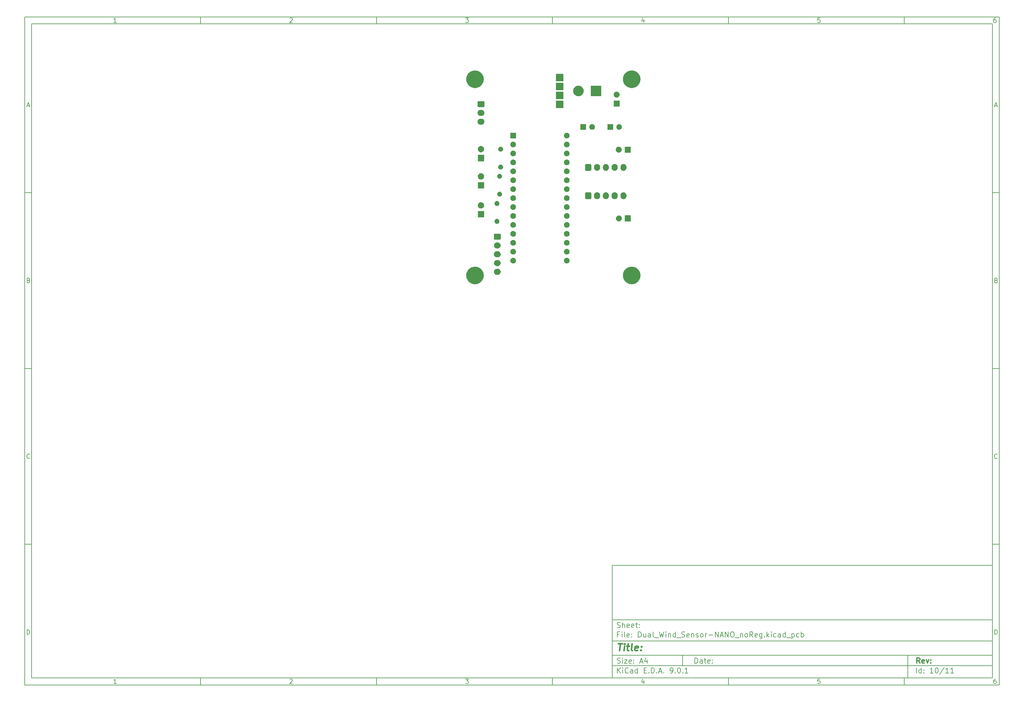
<source format=gbr>
%TF.GenerationSoftware,KiCad,Pcbnew,9.0.1*%
%TF.CreationDate,2025-07-06T08:30:04+03:00*%
%TF.ProjectId,Dual_Wind_Sensor-NANO_noReg,4475616c-5f57-4696-9e64-5f53656e736f,rev?*%
%TF.SameCoordinates,Original*%
%TF.FileFunction,Soldermask,Bot*%
%TF.FilePolarity,Negative*%
%FSLAX46Y46*%
G04 Gerber Fmt 4.6, Leading zero omitted, Abs format (unit mm)*
G04 Created by KiCad (PCBNEW 9.0.1) date 2025-07-06 08:30:04*
%MOMM*%
%LPD*%
G01*
G04 APERTURE LIST*
%ADD10C,0.100000*%
%ADD11C,0.150000*%
%ADD12C,0.300000*%
%ADD13C,0.400000*%
G04 APERTURE END LIST*
D10*
D11*
X177002200Y-166007200D02*
X285002200Y-166007200D01*
X285002200Y-198007200D01*
X177002200Y-198007200D01*
X177002200Y-166007200D01*
D10*
D11*
X10000000Y-10000000D02*
X287002200Y-10000000D01*
X287002200Y-200007200D01*
X10000000Y-200007200D01*
X10000000Y-10000000D01*
D10*
D11*
X12000000Y-12000000D02*
X285002200Y-12000000D01*
X285002200Y-198007200D01*
X12000000Y-198007200D01*
X12000000Y-12000000D01*
D10*
D11*
X60000000Y-12000000D02*
X60000000Y-10000000D01*
D10*
D11*
X110000000Y-12000000D02*
X110000000Y-10000000D01*
D10*
D11*
X160000000Y-12000000D02*
X160000000Y-10000000D01*
D10*
D11*
X210000000Y-12000000D02*
X210000000Y-10000000D01*
D10*
D11*
X260000000Y-12000000D02*
X260000000Y-10000000D01*
D10*
D11*
X36089160Y-11593604D02*
X35346303Y-11593604D01*
X35717731Y-11593604D02*
X35717731Y-10293604D01*
X35717731Y-10293604D02*
X35593922Y-10479319D01*
X35593922Y-10479319D02*
X35470112Y-10603128D01*
X35470112Y-10603128D02*
X35346303Y-10665033D01*
D10*
D11*
X85346303Y-10417414D02*
X85408207Y-10355509D01*
X85408207Y-10355509D02*
X85532017Y-10293604D01*
X85532017Y-10293604D02*
X85841541Y-10293604D01*
X85841541Y-10293604D02*
X85965350Y-10355509D01*
X85965350Y-10355509D02*
X86027255Y-10417414D01*
X86027255Y-10417414D02*
X86089160Y-10541223D01*
X86089160Y-10541223D02*
X86089160Y-10665033D01*
X86089160Y-10665033D02*
X86027255Y-10850747D01*
X86027255Y-10850747D02*
X85284398Y-11593604D01*
X85284398Y-11593604D02*
X86089160Y-11593604D01*
D10*
D11*
X135284398Y-10293604D02*
X136089160Y-10293604D01*
X136089160Y-10293604D02*
X135655826Y-10788842D01*
X135655826Y-10788842D02*
X135841541Y-10788842D01*
X135841541Y-10788842D02*
X135965350Y-10850747D01*
X135965350Y-10850747D02*
X136027255Y-10912652D01*
X136027255Y-10912652D02*
X136089160Y-11036461D01*
X136089160Y-11036461D02*
X136089160Y-11345985D01*
X136089160Y-11345985D02*
X136027255Y-11469795D01*
X136027255Y-11469795D02*
X135965350Y-11531700D01*
X135965350Y-11531700D02*
X135841541Y-11593604D01*
X135841541Y-11593604D02*
X135470112Y-11593604D01*
X135470112Y-11593604D02*
X135346303Y-11531700D01*
X135346303Y-11531700D02*
X135284398Y-11469795D01*
D10*
D11*
X185965350Y-10726938D02*
X185965350Y-11593604D01*
X185655826Y-10231700D02*
X185346303Y-11160271D01*
X185346303Y-11160271D02*
X186151064Y-11160271D01*
D10*
D11*
X236027255Y-10293604D02*
X235408207Y-10293604D01*
X235408207Y-10293604D02*
X235346303Y-10912652D01*
X235346303Y-10912652D02*
X235408207Y-10850747D01*
X235408207Y-10850747D02*
X235532017Y-10788842D01*
X235532017Y-10788842D02*
X235841541Y-10788842D01*
X235841541Y-10788842D02*
X235965350Y-10850747D01*
X235965350Y-10850747D02*
X236027255Y-10912652D01*
X236027255Y-10912652D02*
X236089160Y-11036461D01*
X236089160Y-11036461D02*
X236089160Y-11345985D01*
X236089160Y-11345985D02*
X236027255Y-11469795D01*
X236027255Y-11469795D02*
X235965350Y-11531700D01*
X235965350Y-11531700D02*
X235841541Y-11593604D01*
X235841541Y-11593604D02*
X235532017Y-11593604D01*
X235532017Y-11593604D02*
X235408207Y-11531700D01*
X235408207Y-11531700D02*
X235346303Y-11469795D01*
D10*
D11*
X285965350Y-10293604D02*
X285717731Y-10293604D01*
X285717731Y-10293604D02*
X285593922Y-10355509D01*
X285593922Y-10355509D02*
X285532017Y-10417414D01*
X285532017Y-10417414D02*
X285408207Y-10603128D01*
X285408207Y-10603128D02*
X285346303Y-10850747D01*
X285346303Y-10850747D02*
X285346303Y-11345985D01*
X285346303Y-11345985D02*
X285408207Y-11469795D01*
X285408207Y-11469795D02*
X285470112Y-11531700D01*
X285470112Y-11531700D02*
X285593922Y-11593604D01*
X285593922Y-11593604D02*
X285841541Y-11593604D01*
X285841541Y-11593604D02*
X285965350Y-11531700D01*
X285965350Y-11531700D02*
X286027255Y-11469795D01*
X286027255Y-11469795D02*
X286089160Y-11345985D01*
X286089160Y-11345985D02*
X286089160Y-11036461D01*
X286089160Y-11036461D02*
X286027255Y-10912652D01*
X286027255Y-10912652D02*
X285965350Y-10850747D01*
X285965350Y-10850747D02*
X285841541Y-10788842D01*
X285841541Y-10788842D02*
X285593922Y-10788842D01*
X285593922Y-10788842D02*
X285470112Y-10850747D01*
X285470112Y-10850747D02*
X285408207Y-10912652D01*
X285408207Y-10912652D02*
X285346303Y-11036461D01*
D10*
D11*
X60000000Y-198007200D02*
X60000000Y-200007200D01*
D10*
D11*
X110000000Y-198007200D02*
X110000000Y-200007200D01*
D10*
D11*
X160000000Y-198007200D02*
X160000000Y-200007200D01*
D10*
D11*
X210000000Y-198007200D02*
X210000000Y-200007200D01*
D10*
D11*
X260000000Y-198007200D02*
X260000000Y-200007200D01*
D10*
D11*
X36089160Y-199600804D02*
X35346303Y-199600804D01*
X35717731Y-199600804D02*
X35717731Y-198300804D01*
X35717731Y-198300804D02*
X35593922Y-198486519D01*
X35593922Y-198486519D02*
X35470112Y-198610328D01*
X35470112Y-198610328D02*
X35346303Y-198672233D01*
D10*
D11*
X85346303Y-198424614D02*
X85408207Y-198362709D01*
X85408207Y-198362709D02*
X85532017Y-198300804D01*
X85532017Y-198300804D02*
X85841541Y-198300804D01*
X85841541Y-198300804D02*
X85965350Y-198362709D01*
X85965350Y-198362709D02*
X86027255Y-198424614D01*
X86027255Y-198424614D02*
X86089160Y-198548423D01*
X86089160Y-198548423D02*
X86089160Y-198672233D01*
X86089160Y-198672233D02*
X86027255Y-198857947D01*
X86027255Y-198857947D02*
X85284398Y-199600804D01*
X85284398Y-199600804D02*
X86089160Y-199600804D01*
D10*
D11*
X135284398Y-198300804D02*
X136089160Y-198300804D01*
X136089160Y-198300804D02*
X135655826Y-198796042D01*
X135655826Y-198796042D02*
X135841541Y-198796042D01*
X135841541Y-198796042D02*
X135965350Y-198857947D01*
X135965350Y-198857947D02*
X136027255Y-198919852D01*
X136027255Y-198919852D02*
X136089160Y-199043661D01*
X136089160Y-199043661D02*
X136089160Y-199353185D01*
X136089160Y-199353185D02*
X136027255Y-199476995D01*
X136027255Y-199476995D02*
X135965350Y-199538900D01*
X135965350Y-199538900D02*
X135841541Y-199600804D01*
X135841541Y-199600804D02*
X135470112Y-199600804D01*
X135470112Y-199600804D02*
X135346303Y-199538900D01*
X135346303Y-199538900D02*
X135284398Y-199476995D01*
D10*
D11*
X185965350Y-198734138D02*
X185965350Y-199600804D01*
X185655826Y-198238900D02*
X185346303Y-199167471D01*
X185346303Y-199167471D02*
X186151064Y-199167471D01*
D10*
D11*
X236027255Y-198300804D02*
X235408207Y-198300804D01*
X235408207Y-198300804D02*
X235346303Y-198919852D01*
X235346303Y-198919852D02*
X235408207Y-198857947D01*
X235408207Y-198857947D02*
X235532017Y-198796042D01*
X235532017Y-198796042D02*
X235841541Y-198796042D01*
X235841541Y-198796042D02*
X235965350Y-198857947D01*
X235965350Y-198857947D02*
X236027255Y-198919852D01*
X236027255Y-198919852D02*
X236089160Y-199043661D01*
X236089160Y-199043661D02*
X236089160Y-199353185D01*
X236089160Y-199353185D02*
X236027255Y-199476995D01*
X236027255Y-199476995D02*
X235965350Y-199538900D01*
X235965350Y-199538900D02*
X235841541Y-199600804D01*
X235841541Y-199600804D02*
X235532017Y-199600804D01*
X235532017Y-199600804D02*
X235408207Y-199538900D01*
X235408207Y-199538900D02*
X235346303Y-199476995D01*
D10*
D11*
X285965350Y-198300804D02*
X285717731Y-198300804D01*
X285717731Y-198300804D02*
X285593922Y-198362709D01*
X285593922Y-198362709D02*
X285532017Y-198424614D01*
X285532017Y-198424614D02*
X285408207Y-198610328D01*
X285408207Y-198610328D02*
X285346303Y-198857947D01*
X285346303Y-198857947D02*
X285346303Y-199353185D01*
X285346303Y-199353185D02*
X285408207Y-199476995D01*
X285408207Y-199476995D02*
X285470112Y-199538900D01*
X285470112Y-199538900D02*
X285593922Y-199600804D01*
X285593922Y-199600804D02*
X285841541Y-199600804D01*
X285841541Y-199600804D02*
X285965350Y-199538900D01*
X285965350Y-199538900D02*
X286027255Y-199476995D01*
X286027255Y-199476995D02*
X286089160Y-199353185D01*
X286089160Y-199353185D02*
X286089160Y-199043661D01*
X286089160Y-199043661D02*
X286027255Y-198919852D01*
X286027255Y-198919852D02*
X285965350Y-198857947D01*
X285965350Y-198857947D02*
X285841541Y-198796042D01*
X285841541Y-198796042D02*
X285593922Y-198796042D01*
X285593922Y-198796042D02*
X285470112Y-198857947D01*
X285470112Y-198857947D02*
X285408207Y-198919852D01*
X285408207Y-198919852D02*
X285346303Y-199043661D01*
D10*
D11*
X10000000Y-60000000D02*
X12000000Y-60000000D01*
D10*
D11*
X10000000Y-110000000D02*
X12000000Y-110000000D01*
D10*
D11*
X10000000Y-160000000D02*
X12000000Y-160000000D01*
D10*
D11*
X10690476Y-35222176D02*
X11309523Y-35222176D01*
X10566666Y-35593604D02*
X10999999Y-34293604D01*
X10999999Y-34293604D02*
X11433333Y-35593604D01*
D10*
D11*
X11092857Y-84912652D02*
X11278571Y-84974557D01*
X11278571Y-84974557D02*
X11340476Y-85036461D01*
X11340476Y-85036461D02*
X11402380Y-85160271D01*
X11402380Y-85160271D02*
X11402380Y-85345985D01*
X11402380Y-85345985D02*
X11340476Y-85469795D01*
X11340476Y-85469795D02*
X11278571Y-85531700D01*
X11278571Y-85531700D02*
X11154761Y-85593604D01*
X11154761Y-85593604D02*
X10659523Y-85593604D01*
X10659523Y-85593604D02*
X10659523Y-84293604D01*
X10659523Y-84293604D02*
X11092857Y-84293604D01*
X11092857Y-84293604D02*
X11216666Y-84355509D01*
X11216666Y-84355509D02*
X11278571Y-84417414D01*
X11278571Y-84417414D02*
X11340476Y-84541223D01*
X11340476Y-84541223D02*
X11340476Y-84665033D01*
X11340476Y-84665033D02*
X11278571Y-84788842D01*
X11278571Y-84788842D02*
X11216666Y-84850747D01*
X11216666Y-84850747D02*
X11092857Y-84912652D01*
X11092857Y-84912652D02*
X10659523Y-84912652D01*
D10*
D11*
X11402380Y-135469795D02*
X11340476Y-135531700D01*
X11340476Y-135531700D02*
X11154761Y-135593604D01*
X11154761Y-135593604D02*
X11030952Y-135593604D01*
X11030952Y-135593604D02*
X10845238Y-135531700D01*
X10845238Y-135531700D02*
X10721428Y-135407890D01*
X10721428Y-135407890D02*
X10659523Y-135284080D01*
X10659523Y-135284080D02*
X10597619Y-135036461D01*
X10597619Y-135036461D02*
X10597619Y-134850747D01*
X10597619Y-134850747D02*
X10659523Y-134603128D01*
X10659523Y-134603128D02*
X10721428Y-134479319D01*
X10721428Y-134479319D02*
X10845238Y-134355509D01*
X10845238Y-134355509D02*
X11030952Y-134293604D01*
X11030952Y-134293604D02*
X11154761Y-134293604D01*
X11154761Y-134293604D02*
X11340476Y-134355509D01*
X11340476Y-134355509D02*
X11402380Y-134417414D01*
D10*
D11*
X10659523Y-185593604D02*
X10659523Y-184293604D01*
X10659523Y-184293604D02*
X10969047Y-184293604D01*
X10969047Y-184293604D02*
X11154761Y-184355509D01*
X11154761Y-184355509D02*
X11278571Y-184479319D01*
X11278571Y-184479319D02*
X11340476Y-184603128D01*
X11340476Y-184603128D02*
X11402380Y-184850747D01*
X11402380Y-184850747D02*
X11402380Y-185036461D01*
X11402380Y-185036461D02*
X11340476Y-185284080D01*
X11340476Y-185284080D02*
X11278571Y-185407890D01*
X11278571Y-185407890D02*
X11154761Y-185531700D01*
X11154761Y-185531700D02*
X10969047Y-185593604D01*
X10969047Y-185593604D02*
X10659523Y-185593604D01*
D10*
D11*
X287002200Y-60000000D02*
X285002200Y-60000000D01*
D10*
D11*
X287002200Y-110000000D02*
X285002200Y-110000000D01*
D10*
D11*
X287002200Y-160000000D02*
X285002200Y-160000000D01*
D10*
D11*
X285692676Y-35222176D02*
X286311723Y-35222176D01*
X285568866Y-35593604D02*
X286002199Y-34293604D01*
X286002199Y-34293604D02*
X286435533Y-35593604D01*
D10*
D11*
X286095057Y-84912652D02*
X286280771Y-84974557D01*
X286280771Y-84974557D02*
X286342676Y-85036461D01*
X286342676Y-85036461D02*
X286404580Y-85160271D01*
X286404580Y-85160271D02*
X286404580Y-85345985D01*
X286404580Y-85345985D02*
X286342676Y-85469795D01*
X286342676Y-85469795D02*
X286280771Y-85531700D01*
X286280771Y-85531700D02*
X286156961Y-85593604D01*
X286156961Y-85593604D02*
X285661723Y-85593604D01*
X285661723Y-85593604D02*
X285661723Y-84293604D01*
X285661723Y-84293604D02*
X286095057Y-84293604D01*
X286095057Y-84293604D02*
X286218866Y-84355509D01*
X286218866Y-84355509D02*
X286280771Y-84417414D01*
X286280771Y-84417414D02*
X286342676Y-84541223D01*
X286342676Y-84541223D02*
X286342676Y-84665033D01*
X286342676Y-84665033D02*
X286280771Y-84788842D01*
X286280771Y-84788842D02*
X286218866Y-84850747D01*
X286218866Y-84850747D02*
X286095057Y-84912652D01*
X286095057Y-84912652D02*
X285661723Y-84912652D01*
D10*
D11*
X286404580Y-135469795D02*
X286342676Y-135531700D01*
X286342676Y-135531700D02*
X286156961Y-135593604D01*
X286156961Y-135593604D02*
X286033152Y-135593604D01*
X286033152Y-135593604D02*
X285847438Y-135531700D01*
X285847438Y-135531700D02*
X285723628Y-135407890D01*
X285723628Y-135407890D02*
X285661723Y-135284080D01*
X285661723Y-135284080D02*
X285599819Y-135036461D01*
X285599819Y-135036461D02*
X285599819Y-134850747D01*
X285599819Y-134850747D02*
X285661723Y-134603128D01*
X285661723Y-134603128D02*
X285723628Y-134479319D01*
X285723628Y-134479319D02*
X285847438Y-134355509D01*
X285847438Y-134355509D02*
X286033152Y-134293604D01*
X286033152Y-134293604D02*
X286156961Y-134293604D01*
X286156961Y-134293604D02*
X286342676Y-134355509D01*
X286342676Y-134355509D02*
X286404580Y-134417414D01*
D10*
D11*
X285661723Y-185593604D02*
X285661723Y-184293604D01*
X285661723Y-184293604D02*
X285971247Y-184293604D01*
X285971247Y-184293604D02*
X286156961Y-184355509D01*
X286156961Y-184355509D02*
X286280771Y-184479319D01*
X286280771Y-184479319D02*
X286342676Y-184603128D01*
X286342676Y-184603128D02*
X286404580Y-184850747D01*
X286404580Y-184850747D02*
X286404580Y-185036461D01*
X286404580Y-185036461D02*
X286342676Y-185284080D01*
X286342676Y-185284080D02*
X286280771Y-185407890D01*
X286280771Y-185407890D02*
X286156961Y-185531700D01*
X286156961Y-185531700D02*
X285971247Y-185593604D01*
X285971247Y-185593604D02*
X285661723Y-185593604D01*
D10*
D11*
X200458026Y-193793328D02*
X200458026Y-192293328D01*
X200458026Y-192293328D02*
X200815169Y-192293328D01*
X200815169Y-192293328D02*
X201029455Y-192364757D01*
X201029455Y-192364757D02*
X201172312Y-192507614D01*
X201172312Y-192507614D02*
X201243741Y-192650471D01*
X201243741Y-192650471D02*
X201315169Y-192936185D01*
X201315169Y-192936185D02*
X201315169Y-193150471D01*
X201315169Y-193150471D02*
X201243741Y-193436185D01*
X201243741Y-193436185D02*
X201172312Y-193579042D01*
X201172312Y-193579042D02*
X201029455Y-193721900D01*
X201029455Y-193721900D02*
X200815169Y-193793328D01*
X200815169Y-193793328D02*
X200458026Y-193793328D01*
X202600884Y-193793328D02*
X202600884Y-193007614D01*
X202600884Y-193007614D02*
X202529455Y-192864757D01*
X202529455Y-192864757D02*
X202386598Y-192793328D01*
X202386598Y-192793328D02*
X202100884Y-192793328D01*
X202100884Y-192793328D02*
X201958026Y-192864757D01*
X202600884Y-193721900D02*
X202458026Y-193793328D01*
X202458026Y-193793328D02*
X202100884Y-193793328D01*
X202100884Y-193793328D02*
X201958026Y-193721900D01*
X201958026Y-193721900D02*
X201886598Y-193579042D01*
X201886598Y-193579042D02*
X201886598Y-193436185D01*
X201886598Y-193436185D02*
X201958026Y-193293328D01*
X201958026Y-193293328D02*
X202100884Y-193221900D01*
X202100884Y-193221900D02*
X202458026Y-193221900D01*
X202458026Y-193221900D02*
X202600884Y-193150471D01*
X203100884Y-192793328D02*
X203672312Y-192793328D01*
X203315169Y-192293328D02*
X203315169Y-193579042D01*
X203315169Y-193579042D02*
X203386598Y-193721900D01*
X203386598Y-193721900D02*
X203529455Y-193793328D01*
X203529455Y-193793328D02*
X203672312Y-193793328D01*
X204743741Y-193721900D02*
X204600884Y-193793328D01*
X204600884Y-193793328D02*
X204315170Y-193793328D01*
X204315170Y-193793328D02*
X204172312Y-193721900D01*
X204172312Y-193721900D02*
X204100884Y-193579042D01*
X204100884Y-193579042D02*
X204100884Y-193007614D01*
X204100884Y-193007614D02*
X204172312Y-192864757D01*
X204172312Y-192864757D02*
X204315170Y-192793328D01*
X204315170Y-192793328D02*
X204600884Y-192793328D01*
X204600884Y-192793328D02*
X204743741Y-192864757D01*
X204743741Y-192864757D02*
X204815170Y-193007614D01*
X204815170Y-193007614D02*
X204815170Y-193150471D01*
X204815170Y-193150471D02*
X204100884Y-193293328D01*
X205458026Y-193650471D02*
X205529455Y-193721900D01*
X205529455Y-193721900D02*
X205458026Y-193793328D01*
X205458026Y-193793328D02*
X205386598Y-193721900D01*
X205386598Y-193721900D02*
X205458026Y-193650471D01*
X205458026Y-193650471D02*
X205458026Y-193793328D01*
X205458026Y-192864757D02*
X205529455Y-192936185D01*
X205529455Y-192936185D02*
X205458026Y-193007614D01*
X205458026Y-193007614D02*
X205386598Y-192936185D01*
X205386598Y-192936185D02*
X205458026Y-192864757D01*
X205458026Y-192864757D02*
X205458026Y-193007614D01*
D10*
D11*
X177002200Y-194507200D02*
X285002200Y-194507200D01*
D10*
D11*
X178458026Y-196593328D02*
X178458026Y-195093328D01*
X179315169Y-196593328D02*
X178672312Y-195736185D01*
X179315169Y-195093328D02*
X178458026Y-195950471D01*
X179958026Y-196593328D02*
X179958026Y-195593328D01*
X179958026Y-195093328D02*
X179886598Y-195164757D01*
X179886598Y-195164757D02*
X179958026Y-195236185D01*
X179958026Y-195236185D02*
X180029455Y-195164757D01*
X180029455Y-195164757D02*
X179958026Y-195093328D01*
X179958026Y-195093328D02*
X179958026Y-195236185D01*
X181529455Y-196450471D02*
X181458027Y-196521900D01*
X181458027Y-196521900D02*
X181243741Y-196593328D01*
X181243741Y-196593328D02*
X181100884Y-196593328D01*
X181100884Y-196593328D02*
X180886598Y-196521900D01*
X180886598Y-196521900D02*
X180743741Y-196379042D01*
X180743741Y-196379042D02*
X180672312Y-196236185D01*
X180672312Y-196236185D02*
X180600884Y-195950471D01*
X180600884Y-195950471D02*
X180600884Y-195736185D01*
X180600884Y-195736185D02*
X180672312Y-195450471D01*
X180672312Y-195450471D02*
X180743741Y-195307614D01*
X180743741Y-195307614D02*
X180886598Y-195164757D01*
X180886598Y-195164757D02*
X181100884Y-195093328D01*
X181100884Y-195093328D02*
X181243741Y-195093328D01*
X181243741Y-195093328D02*
X181458027Y-195164757D01*
X181458027Y-195164757D02*
X181529455Y-195236185D01*
X182815170Y-196593328D02*
X182815170Y-195807614D01*
X182815170Y-195807614D02*
X182743741Y-195664757D01*
X182743741Y-195664757D02*
X182600884Y-195593328D01*
X182600884Y-195593328D02*
X182315170Y-195593328D01*
X182315170Y-195593328D02*
X182172312Y-195664757D01*
X182815170Y-196521900D02*
X182672312Y-196593328D01*
X182672312Y-196593328D02*
X182315170Y-196593328D01*
X182315170Y-196593328D02*
X182172312Y-196521900D01*
X182172312Y-196521900D02*
X182100884Y-196379042D01*
X182100884Y-196379042D02*
X182100884Y-196236185D01*
X182100884Y-196236185D02*
X182172312Y-196093328D01*
X182172312Y-196093328D02*
X182315170Y-196021900D01*
X182315170Y-196021900D02*
X182672312Y-196021900D01*
X182672312Y-196021900D02*
X182815170Y-195950471D01*
X184172313Y-196593328D02*
X184172313Y-195093328D01*
X184172313Y-196521900D02*
X184029455Y-196593328D01*
X184029455Y-196593328D02*
X183743741Y-196593328D01*
X183743741Y-196593328D02*
X183600884Y-196521900D01*
X183600884Y-196521900D02*
X183529455Y-196450471D01*
X183529455Y-196450471D02*
X183458027Y-196307614D01*
X183458027Y-196307614D02*
X183458027Y-195879042D01*
X183458027Y-195879042D02*
X183529455Y-195736185D01*
X183529455Y-195736185D02*
X183600884Y-195664757D01*
X183600884Y-195664757D02*
X183743741Y-195593328D01*
X183743741Y-195593328D02*
X184029455Y-195593328D01*
X184029455Y-195593328D02*
X184172313Y-195664757D01*
X186029455Y-195807614D02*
X186529455Y-195807614D01*
X186743741Y-196593328D02*
X186029455Y-196593328D01*
X186029455Y-196593328D02*
X186029455Y-195093328D01*
X186029455Y-195093328D02*
X186743741Y-195093328D01*
X187386598Y-196450471D02*
X187458027Y-196521900D01*
X187458027Y-196521900D02*
X187386598Y-196593328D01*
X187386598Y-196593328D02*
X187315170Y-196521900D01*
X187315170Y-196521900D02*
X187386598Y-196450471D01*
X187386598Y-196450471D02*
X187386598Y-196593328D01*
X188100884Y-196593328D02*
X188100884Y-195093328D01*
X188100884Y-195093328D02*
X188458027Y-195093328D01*
X188458027Y-195093328D02*
X188672313Y-195164757D01*
X188672313Y-195164757D02*
X188815170Y-195307614D01*
X188815170Y-195307614D02*
X188886599Y-195450471D01*
X188886599Y-195450471D02*
X188958027Y-195736185D01*
X188958027Y-195736185D02*
X188958027Y-195950471D01*
X188958027Y-195950471D02*
X188886599Y-196236185D01*
X188886599Y-196236185D02*
X188815170Y-196379042D01*
X188815170Y-196379042D02*
X188672313Y-196521900D01*
X188672313Y-196521900D02*
X188458027Y-196593328D01*
X188458027Y-196593328D02*
X188100884Y-196593328D01*
X189600884Y-196450471D02*
X189672313Y-196521900D01*
X189672313Y-196521900D02*
X189600884Y-196593328D01*
X189600884Y-196593328D02*
X189529456Y-196521900D01*
X189529456Y-196521900D02*
X189600884Y-196450471D01*
X189600884Y-196450471D02*
X189600884Y-196593328D01*
X190243742Y-196164757D02*
X190958028Y-196164757D01*
X190100885Y-196593328D02*
X190600885Y-195093328D01*
X190600885Y-195093328D02*
X191100885Y-196593328D01*
X191600884Y-196450471D02*
X191672313Y-196521900D01*
X191672313Y-196521900D02*
X191600884Y-196593328D01*
X191600884Y-196593328D02*
X191529456Y-196521900D01*
X191529456Y-196521900D02*
X191600884Y-196450471D01*
X191600884Y-196450471D02*
X191600884Y-196593328D01*
X193529456Y-196593328D02*
X193815170Y-196593328D01*
X193815170Y-196593328D02*
X193958027Y-196521900D01*
X193958027Y-196521900D02*
X194029456Y-196450471D01*
X194029456Y-196450471D02*
X194172313Y-196236185D01*
X194172313Y-196236185D02*
X194243742Y-195950471D01*
X194243742Y-195950471D02*
X194243742Y-195379042D01*
X194243742Y-195379042D02*
X194172313Y-195236185D01*
X194172313Y-195236185D02*
X194100885Y-195164757D01*
X194100885Y-195164757D02*
X193958027Y-195093328D01*
X193958027Y-195093328D02*
X193672313Y-195093328D01*
X193672313Y-195093328D02*
X193529456Y-195164757D01*
X193529456Y-195164757D02*
X193458027Y-195236185D01*
X193458027Y-195236185D02*
X193386599Y-195379042D01*
X193386599Y-195379042D02*
X193386599Y-195736185D01*
X193386599Y-195736185D02*
X193458027Y-195879042D01*
X193458027Y-195879042D02*
X193529456Y-195950471D01*
X193529456Y-195950471D02*
X193672313Y-196021900D01*
X193672313Y-196021900D02*
X193958027Y-196021900D01*
X193958027Y-196021900D02*
X194100885Y-195950471D01*
X194100885Y-195950471D02*
X194172313Y-195879042D01*
X194172313Y-195879042D02*
X194243742Y-195736185D01*
X194886598Y-196450471D02*
X194958027Y-196521900D01*
X194958027Y-196521900D02*
X194886598Y-196593328D01*
X194886598Y-196593328D02*
X194815170Y-196521900D01*
X194815170Y-196521900D02*
X194886598Y-196450471D01*
X194886598Y-196450471D02*
X194886598Y-196593328D01*
X195886599Y-195093328D02*
X196029456Y-195093328D01*
X196029456Y-195093328D02*
X196172313Y-195164757D01*
X196172313Y-195164757D02*
X196243742Y-195236185D01*
X196243742Y-195236185D02*
X196315170Y-195379042D01*
X196315170Y-195379042D02*
X196386599Y-195664757D01*
X196386599Y-195664757D02*
X196386599Y-196021900D01*
X196386599Y-196021900D02*
X196315170Y-196307614D01*
X196315170Y-196307614D02*
X196243742Y-196450471D01*
X196243742Y-196450471D02*
X196172313Y-196521900D01*
X196172313Y-196521900D02*
X196029456Y-196593328D01*
X196029456Y-196593328D02*
X195886599Y-196593328D01*
X195886599Y-196593328D02*
X195743742Y-196521900D01*
X195743742Y-196521900D02*
X195672313Y-196450471D01*
X195672313Y-196450471D02*
X195600884Y-196307614D01*
X195600884Y-196307614D02*
X195529456Y-196021900D01*
X195529456Y-196021900D02*
X195529456Y-195664757D01*
X195529456Y-195664757D02*
X195600884Y-195379042D01*
X195600884Y-195379042D02*
X195672313Y-195236185D01*
X195672313Y-195236185D02*
X195743742Y-195164757D01*
X195743742Y-195164757D02*
X195886599Y-195093328D01*
X197029455Y-196450471D02*
X197100884Y-196521900D01*
X197100884Y-196521900D02*
X197029455Y-196593328D01*
X197029455Y-196593328D02*
X196958027Y-196521900D01*
X196958027Y-196521900D02*
X197029455Y-196450471D01*
X197029455Y-196450471D02*
X197029455Y-196593328D01*
X198529456Y-196593328D02*
X197672313Y-196593328D01*
X198100884Y-196593328D02*
X198100884Y-195093328D01*
X198100884Y-195093328D02*
X197958027Y-195307614D01*
X197958027Y-195307614D02*
X197815170Y-195450471D01*
X197815170Y-195450471D02*
X197672313Y-195521900D01*
D10*
D11*
X177002200Y-191507200D02*
X285002200Y-191507200D01*
D10*
D12*
X264413853Y-193785528D02*
X263913853Y-193071242D01*
X263556710Y-193785528D02*
X263556710Y-192285528D01*
X263556710Y-192285528D02*
X264128139Y-192285528D01*
X264128139Y-192285528D02*
X264270996Y-192356957D01*
X264270996Y-192356957D02*
X264342425Y-192428385D01*
X264342425Y-192428385D02*
X264413853Y-192571242D01*
X264413853Y-192571242D02*
X264413853Y-192785528D01*
X264413853Y-192785528D02*
X264342425Y-192928385D01*
X264342425Y-192928385D02*
X264270996Y-192999814D01*
X264270996Y-192999814D02*
X264128139Y-193071242D01*
X264128139Y-193071242D02*
X263556710Y-193071242D01*
X265628139Y-193714100D02*
X265485282Y-193785528D01*
X265485282Y-193785528D02*
X265199568Y-193785528D01*
X265199568Y-193785528D02*
X265056710Y-193714100D01*
X265056710Y-193714100D02*
X264985282Y-193571242D01*
X264985282Y-193571242D02*
X264985282Y-192999814D01*
X264985282Y-192999814D02*
X265056710Y-192856957D01*
X265056710Y-192856957D02*
X265199568Y-192785528D01*
X265199568Y-192785528D02*
X265485282Y-192785528D01*
X265485282Y-192785528D02*
X265628139Y-192856957D01*
X265628139Y-192856957D02*
X265699568Y-192999814D01*
X265699568Y-192999814D02*
X265699568Y-193142671D01*
X265699568Y-193142671D02*
X264985282Y-193285528D01*
X266199567Y-192785528D02*
X266556710Y-193785528D01*
X266556710Y-193785528D02*
X266913853Y-192785528D01*
X267485281Y-193642671D02*
X267556710Y-193714100D01*
X267556710Y-193714100D02*
X267485281Y-193785528D01*
X267485281Y-193785528D02*
X267413853Y-193714100D01*
X267413853Y-193714100D02*
X267485281Y-193642671D01*
X267485281Y-193642671D02*
X267485281Y-193785528D01*
X267485281Y-192856957D02*
X267556710Y-192928385D01*
X267556710Y-192928385D02*
X267485281Y-192999814D01*
X267485281Y-192999814D02*
X267413853Y-192928385D01*
X267413853Y-192928385D02*
X267485281Y-192856957D01*
X267485281Y-192856957D02*
X267485281Y-192999814D01*
D10*
D11*
X178386598Y-193721900D02*
X178600884Y-193793328D01*
X178600884Y-193793328D02*
X178958026Y-193793328D01*
X178958026Y-193793328D02*
X179100884Y-193721900D01*
X179100884Y-193721900D02*
X179172312Y-193650471D01*
X179172312Y-193650471D02*
X179243741Y-193507614D01*
X179243741Y-193507614D02*
X179243741Y-193364757D01*
X179243741Y-193364757D02*
X179172312Y-193221900D01*
X179172312Y-193221900D02*
X179100884Y-193150471D01*
X179100884Y-193150471D02*
X178958026Y-193079042D01*
X178958026Y-193079042D02*
X178672312Y-193007614D01*
X178672312Y-193007614D02*
X178529455Y-192936185D01*
X178529455Y-192936185D02*
X178458026Y-192864757D01*
X178458026Y-192864757D02*
X178386598Y-192721900D01*
X178386598Y-192721900D02*
X178386598Y-192579042D01*
X178386598Y-192579042D02*
X178458026Y-192436185D01*
X178458026Y-192436185D02*
X178529455Y-192364757D01*
X178529455Y-192364757D02*
X178672312Y-192293328D01*
X178672312Y-192293328D02*
X179029455Y-192293328D01*
X179029455Y-192293328D02*
X179243741Y-192364757D01*
X179886597Y-193793328D02*
X179886597Y-192793328D01*
X179886597Y-192293328D02*
X179815169Y-192364757D01*
X179815169Y-192364757D02*
X179886597Y-192436185D01*
X179886597Y-192436185D02*
X179958026Y-192364757D01*
X179958026Y-192364757D02*
X179886597Y-192293328D01*
X179886597Y-192293328D02*
X179886597Y-192436185D01*
X180458026Y-192793328D02*
X181243741Y-192793328D01*
X181243741Y-192793328D02*
X180458026Y-193793328D01*
X180458026Y-193793328D02*
X181243741Y-193793328D01*
X182386598Y-193721900D02*
X182243741Y-193793328D01*
X182243741Y-193793328D02*
X181958027Y-193793328D01*
X181958027Y-193793328D02*
X181815169Y-193721900D01*
X181815169Y-193721900D02*
X181743741Y-193579042D01*
X181743741Y-193579042D02*
X181743741Y-193007614D01*
X181743741Y-193007614D02*
X181815169Y-192864757D01*
X181815169Y-192864757D02*
X181958027Y-192793328D01*
X181958027Y-192793328D02*
X182243741Y-192793328D01*
X182243741Y-192793328D02*
X182386598Y-192864757D01*
X182386598Y-192864757D02*
X182458027Y-193007614D01*
X182458027Y-193007614D02*
X182458027Y-193150471D01*
X182458027Y-193150471D02*
X181743741Y-193293328D01*
X183100883Y-193650471D02*
X183172312Y-193721900D01*
X183172312Y-193721900D02*
X183100883Y-193793328D01*
X183100883Y-193793328D02*
X183029455Y-193721900D01*
X183029455Y-193721900D02*
X183100883Y-193650471D01*
X183100883Y-193650471D02*
X183100883Y-193793328D01*
X183100883Y-192864757D02*
X183172312Y-192936185D01*
X183172312Y-192936185D02*
X183100883Y-193007614D01*
X183100883Y-193007614D02*
X183029455Y-192936185D01*
X183029455Y-192936185D02*
X183100883Y-192864757D01*
X183100883Y-192864757D02*
X183100883Y-193007614D01*
X184886598Y-193364757D02*
X185600884Y-193364757D01*
X184743741Y-193793328D02*
X185243741Y-192293328D01*
X185243741Y-192293328D02*
X185743741Y-193793328D01*
X186886598Y-192793328D02*
X186886598Y-193793328D01*
X186529455Y-192221900D02*
X186172312Y-193293328D01*
X186172312Y-193293328D02*
X187100883Y-193293328D01*
D10*
D11*
X263458026Y-196593328D02*
X263458026Y-195093328D01*
X264815170Y-196593328D02*
X264815170Y-195093328D01*
X264815170Y-196521900D02*
X264672312Y-196593328D01*
X264672312Y-196593328D02*
X264386598Y-196593328D01*
X264386598Y-196593328D02*
X264243741Y-196521900D01*
X264243741Y-196521900D02*
X264172312Y-196450471D01*
X264172312Y-196450471D02*
X264100884Y-196307614D01*
X264100884Y-196307614D02*
X264100884Y-195879042D01*
X264100884Y-195879042D02*
X264172312Y-195736185D01*
X264172312Y-195736185D02*
X264243741Y-195664757D01*
X264243741Y-195664757D02*
X264386598Y-195593328D01*
X264386598Y-195593328D02*
X264672312Y-195593328D01*
X264672312Y-195593328D02*
X264815170Y-195664757D01*
X265529455Y-196450471D02*
X265600884Y-196521900D01*
X265600884Y-196521900D02*
X265529455Y-196593328D01*
X265529455Y-196593328D02*
X265458027Y-196521900D01*
X265458027Y-196521900D02*
X265529455Y-196450471D01*
X265529455Y-196450471D02*
X265529455Y-196593328D01*
X265529455Y-195664757D02*
X265600884Y-195736185D01*
X265600884Y-195736185D02*
X265529455Y-195807614D01*
X265529455Y-195807614D02*
X265458027Y-195736185D01*
X265458027Y-195736185D02*
X265529455Y-195664757D01*
X265529455Y-195664757D02*
X265529455Y-195807614D01*
X268172313Y-196593328D02*
X267315170Y-196593328D01*
X267743741Y-196593328D02*
X267743741Y-195093328D01*
X267743741Y-195093328D02*
X267600884Y-195307614D01*
X267600884Y-195307614D02*
X267458027Y-195450471D01*
X267458027Y-195450471D02*
X267315170Y-195521900D01*
X269100884Y-195093328D02*
X269243741Y-195093328D01*
X269243741Y-195093328D02*
X269386598Y-195164757D01*
X269386598Y-195164757D02*
X269458027Y-195236185D01*
X269458027Y-195236185D02*
X269529455Y-195379042D01*
X269529455Y-195379042D02*
X269600884Y-195664757D01*
X269600884Y-195664757D02*
X269600884Y-196021900D01*
X269600884Y-196021900D02*
X269529455Y-196307614D01*
X269529455Y-196307614D02*
X269458027Y-196450471D01*
X269458027Y-196450471D02*
X269386598Y-196521900D01*
X269386598Y-196521900D02*
X269243741Y-196593328D01*
X269243741Y-196593328D02*
X269100884Y-196593328D01*
X269100884Y-196593328D02*
X268958027Y-196521900D01*
X268958027Y-196521900D02*
X268886598Y-196450471D01*
X268886598Y-196450471D02*
X268815169Y-196307614D01*
X268815169Y-196307614D02*
X268743741Y-196021900D01*
X268743741Y-196021900D02*
X268743741Y-195664757D01*
X268743741Y-195664757D02*
X268815169Y-195379042D01*
X268815169Y-195379042D02*
X268886598Y-195236185D01*
X268886598Y-195236185D02*
X268958027Y-195164757D01*
X268958027Y-195164757D02*
X269100884Y-195093328D01*
X271315169Y-195021900D02*
X270029455Y-196950471D01*
X272600884Y-196593328D02*
X271743741Y-196593328D01*
X272172312Y-196593328D02*
X272172312Y-195093328D01*
X272172312Y-195093328D02*
X272029455Y-195307614D01*
X272029455Y-195307614D02*
X271886598Y-195450471D01*
X271886598Y-195450471D02*
X271743741Y-195521900D01*
X274029455Y-196593328D02*
X273172312Y-196593328D01*
X273600883Y-196593328D02*
X273600883Y-195093328D01*
X273600883Y-195093328D02*
X273458026Y-195307614D01*
X273458026Y-195307614D02*
X273315169Y-195450471D01*
X273315169Y-195450471D02*
X273172312Y-195521900D01*
D10*
D11*
X177002200Y-187507200D02*
X285002200Y-187507200D01*
D10*
D13*
X178693928Y-188211638D02*
X179836785Y-188211638D01*
X179015357Y-190211638D02*
X179265357Y-188211638D01*
X180253452Y-190211638D02*
X180420119Y-188878304D01*
X180503452Y-188211638D02*
X180396309Y-188306876D01*
X180396309Y-188306876D02*
X180479643Y-188402114D01*
X180479643Y-188402114D02*
X180586786Y-188306876D01*
X180586786Y-188306876D02*
X180503452Y-188211638D01*
X180503452Y-188211638D02*
X180479643Y-188402114D01*
X181086786Y-188878304D02*
X181848690Y-188878304D01*
X181455833Y-188211638D02*
X181241548Y-189925923D01*
X181241548Y-189925923D02*
X181312976Y-190116400D01*
X181312976Y-190116400D02*
X181491548Y-190211638D01*
X181491548Y-190211638D02*
X181682024Y-190211638D01*
X182634405Y-190211638D02*
X182455833Y-190116400D01*
X182455833Y-190116400D02*
X182384405Y-189925923D01*
X182384405Y-189925923D02*
X182598690Y-188211638D01*
X184170119Y-190116400D02*
X183967738Y-190211638D01*
X183967738Y-190211638D02*
X183586785Y-190211638D01*
X183586785Y-190211638D02*
X183408214Y-190116400D01*
X183408214Y-190116400D02*
X183336785Y-189925923D01*
X183336785Y-189925923D02*
X183432024Y-189164019D01*
X183432024Y-189164019D02*
X183551071Y-188973542D01*
X183551071Y-188973542D02*
X183753452Y-188878304D01*
X183753452Y-188878304D02*
X184134404Y-188878304D01*
X184134404Y-188878304D02*
X184312976Y-188973542D01*
X184312976Y-188973542D02*
X184384404Y-189164019D01*
X184384404Y-189164019D02*
X184360595Y-189354495D01*
X184360595Y-189354495D02*
X183384404Y-189544971D01*
X185134405Y-190021161D02*
X185217738Y-190116400D01*
X185217738Y-190116400D02*
X185110595Y-190211638D01*
X185110595Y-190211638D02*
X185027262Y-190116400D01*
X185027262Y-190116400D02*
X185134405Y-190021161D01*
X185134405Y-190021161D02*
X185110595Y-190211638D01*
X185265357Y-188973542D02*
X185348690Y-189068780D01*
X185348690Y-189068780D02*
X185241548Y-189164019D01*
X185241548Y-189164019D02*
X185158214Y-189068780D01*
X185158214Y-189068780D02*
X185265357Y-188973542D01*
X185265357Y-188973542D02*
X185241548Y-189164019D01*
D10*
D11*
X178958026Y-185607614D02*
X178458026Y-185607614D01*
X178458026Y-186393328D02*
X178458026Y-184893328D01*
X178458026Y-184893328D02*
X179172312Y-184893328D01*
X179743740Y-186393328D02*
X179743740Y-185393328D01*
X179743740Y-184893328D02*
X179672312Y-184964757D01*
X179672312Y-184964757D02*
X179743740Y-185036185D01*
X179743740Y-185036185D02*
X179815169Y-184964757D01*
X179815169Y-184964757D02*
X179743740Y-184893328D01*
X179743740Y-184893328D02*
X179743740Y-185036185D01*
X180672312Y-186393328D02*
X180529455Y-186321900D01*
X180529455Y-186321900D02*
X180458026Y-186179042D01*
X180458026Y-186179042D02*
X180458026Y-184893328D01*
X181815169Y-186321900D02*
X181672312Y-186393328D01*
X181672312Y-186393328D02*
X181386598Y-186393328D01*
X181386598Y-186393328D02*
X181243740Y-186321900D01*
X181243740Y-186321900D02*
X181172312Y-186179042D01*
X181172312Y-186179042D02*
X181172312Y-185607614D01*
X181172312Y-185607614D02*
X181243740Y-185464757D01*
X181243740Y-185464757D02*
X181386598Y-185393328D01*
X181386598Y-185393328D02*
X181672312Y-185393328D01*
X181672312Y-185393328D02*
X181815169Y-185464757D01*
X181815169Y-185464757D02*
X181886598Y-185607614D01*
X181886598Y-185607614D02*
X181886598Y-185750471D01*
X181886598Y-185750471D02*
X181172312Y-185893328D01*
X182529454Y-186250471D02*
X182600883Y-186321900D01*
X182600883Y-186321900D02*
X182529454Y-186393328D01*
X182529454Y-186393328D02*
X182458026Y-186321900D01*
X182458026Y-186321900D02*
X182529454Y-186250471D01*
X182529454Y-186250471D02*
X182529454Y-186393328D01*
X182529454Y-185464757D02*
X182600883Y-185536185D01*
X182600883Y-185536185D02*
X182529454Y-185607614D01*
X182529454Y-185607614D02*
X182458026Y-185536185D01*
X182458026Y-185536185D02*
X182529454Y-185464757D01*
X182529454Y-185464757D02*
X182529454Y-185607614D01*
X184386597Y-186393328D02*
X184386597Y-184893328D01*
X184386597Y-184893328D02*
X184743740Y-184893328D01*
X184743740Y-184893328D02*
X184958026Y-184964757D01*
X184958026Y-184964757D02*
X185100883Y-185107614D01*
X185100883Y-185107614D02*
X185172312Y-185250471D01*
X185172312Y-185250471D02*
X185243740Y-185536185D01*
X185243740Y-185536185D02*
X185243740Y-185750471D01*
X185243740Y-185750471D02*
X185172312Y-186036185D01*
X185172312Y-186036185D02*
X185100883Y-186179042D01*
X185100883Y-186179042D02*
X184958026Y-186321900D01*
X184958026Y-186321900D02*
X184743740Y-186393328D01*
X184743740Y-186393328D02*
X184386597Y-186393328D01*
X186529455Y-185393328D02*
X186529455Y-186393328D01*
X185886597Y-185393328D02*
X185886597Y-186179042D01*
X185886597Y-186179042D02*
X185958026Y-186321900D01*
X185958026Y-186321900D02*
X186100883Y-186393328D01*
X186100883Y-186393328D02*
X186315169Y-186393328D01*
X186315169Y-186393328D02*
X186458026Y-186321900D01*
X186458026Y-186321900D02*
X186529455Y-186250471D01*
X187886598Y-186393328D02*
X187886598Y-185607614D01*
X187886598Y-185607614D02*
X187815169Y-185464757D01*
X187815169Y-185464757D02*
X187672312Y-185393328D01*
X187672312Y-185393328D02*
X187386598Y-185393328D01*
X187386598Y-185393328D02*
X187243740Y-185464757D01*
X187886598Y-186321900D02*
X187743740Y-186393328D01*
X187743740Y-186393328D02*
X187386598Y-186393328D01*
X187386598Y-186393328D02*
X187243740Y-186321900D01*
X187243740Y-186321900D02*
X187172312Y-186179042D01*
X187172312Y-186179042D02*
X187172312Y-186036185D01*
X187172312Y-186036185D02*
X187243740Y-185893328D01*
X187243740Y-185893328D02*
X187386598Y-185821900D01*
X187386598Y-185821900D02*
X187743740Y-185821900D01*
X187743740Y-185821900D02*
X187886598Y-185750471D01*
X188815169Y-186393328D02*
X188672312Y-186321900D01*
X188672312Y-186321900D02*
X188600883Y-186179042D01*
X188600883Y-186179042D02*
X188600883Y-184893328D01*
X189029455Y-186536185D02*
X190172312Y-186536185D01*
X190386597Y-184893328D02*
X190743740Y-186393328D01*
X190743740Y-186393328D02*
X191029454Y-185321900D01*
X191029454Y-185321900D02*
X191315169Y-186393328D01*
X191315169Y-186393328D02*
X191672312Y-184893328D01*
X192243740Y-186393328D02*
X192243740Y-185393328D01*
X192243740Y-184893328D02*
X192172312Y-184964757D01*
X192172312Y-184964757D02*
X192243740Y-185036185D01*
X192243740Y-185036185D02*
X192315169Y-184964757D01*
X192315169Y-184964757D02*
X192243740Y-184893328D01*
X192243740Y-184893328D02*
X192243740Y-185036185D01*
X192958026Y-185393328D02*
X192958026Y-186393328D01*
X192958026Y-185536185D02*
X193029455Y-185464757D01*
X193029455Y-185464757D02*
X193172312Y-185393328D01*
X193172312Y-185393328D02*
X193386598Y-185393328D01*
X193386598Y-185393328D02*
X193529455Y-185464757D01*
X193529455Y-185464757D02*
X193600884Y-185607614D01*
X193600884Y-185607614D02*
X193600884Y-186393328D01*
X194958027Y-186393328D02*
X194958027Y-184893328D01*
X194958027Y-186321900D02*
X194815169Y-186393328D01*
X194815169Y-186393328D02*
X194529455Y-186393328D01*
X194529455Y-186393328D02*
X194386598Y-186321900D01*
X194386598Y-186321900D02*
X194315169Y-186250471D01*
X194315169Y-186250471D02*
X194243741Y-186107614D01*
X194243741Y-186107614D02*
X194243741Y-185679042D01*
X194243741Y-185679042D02*
X194315169Y-185536185D01*
X194315169Y-185536185D02*
X194386598Y-185464757D01*
X194386598Y-185464757D02*
X194529455Y-185393328D01*
X194529455Y-185393328D02*
X194815169Y-185393328D01*
X194815169Y-185393328D02*
X194958027Y-185464757D01*
X195315170Y-186536185D02*
X196458027Y-186536185D01*
X196743741Y-186321900D02*
X196958027Y-186393328D01*
X196958027Y-186393328D02*
X197315169Y-186393328D01*
X197315169Y-186393328D02*
X197458027Y-186321900D01*
X197458027Y-186321900D02*
X197529455Y-186250471D01*
X197529455Y-186250471D02*
X197600884Y-186107614D01*
X197600884Y-186107614D02*
X197600884Y-185964757D01*
X197600884Y-185964757D02*
X197529455Y-185821900D01*
X197529455Y-185821900D02*
X197458027Y-185750471D01*
X197458027Y-185750471D02*
X197315169Y-185679042D01*
X197315169Y-185679042D02*
X197029455Y-185607614D01*
X197029455Y-185607614D02*
X196886598Y-185536185D01*
X196886598Y-185536185D02*
X196815169Y-185464757D01*
X196815169Y-185464757D02*
X196743741Y-185321900D01*
X196743741Y-185321900D02*
X196743741Y-185179042D01*
X196743741Y-185179042D02*
X196815169Y-185036185D01*
X196815169Y-185036185D02*
X196886598Y-184964757D01*
X196886598Y-184964757D02*
X197029455Y-184893328D01*
X197029455Y-184893328D02*
X197386598Y-184893328D01*
X197386598Y-184893328D02*
X197600884Y-184964757D01*
X198815169Y-186321900D02*
X198672312Y-186393328D01*
X198672312Y-186393328D02*
X198386598Y-186393328D01*
X198386598Y-186393328D02*
X198243740Y-186321900D01*
X198243740Y-186321900D02*
X198172312Y-186179042D01*
X198172312Y-186179042D02*
X198172312Y-185607614D01*
X198172312Y-185607614D02*
X198243740Y-185464757D01*
X198243740Y-185464757D02*
X198386598Y-185393328D01*
X198386598Y-185393328D02*
X198672312Y-185393328D01*
X198672312Y-185393328D02*
X198815169Y-185464757D01*
X198815169Y-185464757D02*
X198886598Y-185607614D01*
X198886598Y-185607614D02*
X198886598Y-185750471D01*
X198886598Y-185750471D02*
X198172312Y-185893328D01*
X199529454Y-185393328D02*
X199529454Y-186393328D01*
X199529454Y-185536185D02*
X199600883Y-185464757D01*
X199600883Y-185464757D02*
X199743740Y-185393328D01*
X199743740Y-185393328D02*
X199958026Y-185393328D01*
X199958026Y-185393328D02*
X200100883Y-185464757D01*
X200100883Y-185464757D02*
X200172312Y-185607614D01*
X200172312Y-185607614D02*
X200172312Y-186393328D01*
X200815169Y-186321900D02*
X200958026Y-186393328D01*
X200958026Y-186393328D02*
X201243740Y-186393328D01*
X201243740Y-186393328D02*
X201386597Y-186321900D01*
X201386597Y-186321900D02*
X201458026Y-186179042D01*
X201458026Y-186179042D02*
X201458026Y-186107614D01*
X201458026Y-186107614D02*
X201386597Y-185964757D01*
X201386597Y-185964757D02*
X201243740Y-185893328D01*
X201243740Y-185893328D02*
X201029455Y-185893328D01*
X201029455Y-185893328D02*
X200886597Y-185821900D01*
X200886597Y-185821900D02*
X200815169Y-185679042D01*
X200815169Y-185679042D02*
X200815169Y-185607614D01*
X200815169Y-185607614D02*
X200886597Y-185464757D01*
X200886597Y-185464757D02*
X201029455Y-185393328D01*
X201029455Y-185393328D02*
X201243740Y-185393328D01*
X201243740Y-185393328D02*
X201386597Y-185464757D01*
X202315169Y-186393328D02*
X202172312Y-186321900D01*
X202172312Y-186321900D02*
X202100883Y-186250471D01*
X202100883Y-186250471D02*
X202029455Y-186107614D01*
X202029455Y-186107614D02*
X202029455Y-185679042D01*
X202029455Y-185679042D02*
X202100883Y-185536185D01*
X202100883Y-185536185D02*
X202172312Y-185464757D01*
X202172312Y-185464757D02*
X202315169Y-185393328D01*
X202315169Y-185393328D02*
X202529455Y-185393328D01*
X202529455Y-185393328D02*
X202672312Y-185464757D01*
X202672312Y-185464757D02*
X202743741Y-185536185D01*
X202743741Y-185536185D02*
X202815169Y-185679042D01*
X202815169Y-185679042D02*
X202815169Y-186107614D01*
X202815169Y-186107614D02*
X202743741Y-186250471D01*
X202743741Y-186250471D02*
X202672312Y-186321900D01*
X202672312Y-186321900D02*
X202529455Y-186393328D01*
X202529455Y-186393328D02*
X202315169Y-186393328D01*
X203458026Y-186393328D02*
X203458026Y-185393328D01*
X203458026Y-185679042D02*
X203529455Y-185536185D01*
X203529455Y-185536185D02*
X203600884Y-185464757D01*
X203600884Y-185464757D02*
X203743741Y-185393328D01*
X203743741Y-185393328D02*
X203886598Y-185393328D01*
X204386597Y-185821900D02*
X205529455Y-185821900D01*
X206243740Y-186393328D02*
X206243740Y-184893328D01*
X206243740Y-184893328D02*
X207100883Y-186393328D01*
X207100883Y-186393328D02*
X207100883Y-184893328D01*
X207743741Y-185964757D02*
X208458027Y-185964757D01*
X207600884Y-186393328D02*
X208100884Y-184893328D01*
X208100884Y-184893328D02*
X208600884Y-186393328D01*
X209100883Y-186393328D02*
X209100883Y-184893328D01*
X209100883Y-184893328D02*
X209958026Y-186393328D01*
X209958026Y-186393328D02*
X209958026Y-184893328D01*
X210958027Y-184893328D02*
X211243741Y-184893328D01*
X211243741Y-184893328D02*
X211386598Y-184964757D01*
X211386598Y-184964757D02*
X211529455Y-185107614D01*
X211529455Y-185107614D02*
X211600884Y-185393328D01*
X211600884Y-185393328D02*
X211600884Y-185893328D01*
X211600884Y-185893328D02*
X211529455Y-186179042D01*
X211529455Y-186179042D02*
X211386598Y-186321900D01*
X211386598Y-186321900D02*
X211243741Y-186393328D01*
X211243741Y-186393328D02*
X210958027Y-186393328D01*
X210958027Y-186393328D02*
X210815170Y-186321900D01*
X210815170Y-186321900D02*
X210672312Y-186179042D01*
X210672312Y-186179042D02*
X210600884Y-185893328D01*
X210600884Y-185893328D02*
X210600884Y-185393328D01*
X210600884Y-185393328D02*
X210672312Y-185107614D01*
X210672312Y-185107614D02*
X210815170Y-184964757D01*
X210815170Y-184964757D02*
X210958027Y-184893328D01*
X211886599Y-186536185D02*
X213029456Y-186536185D01*
X213386598Y-185393328D02*
X213386598Y-186393328D01*
X213386598Y-185536185D02*
X213458027Y-185464757D01*
X213458027Y-185464757D02*
X213600884Y-185393328D01*
X213600884Y-185393328D02*
X213815170Y-185393328D01*
X213815170Y-185393328D02*
X213958027Y-185464757D01*
X213958027Y-185464757D02*
X214029456Y-185607614D01*
X214029456Y-185607614D02*
X214029456Y-186393328D01*
X214958027Y-186393328D02*
X214815170Y-186321900D01*
X214815170Y-186321900D02*
X214743741Y-186250471D01*
X214743741Y-186250471D02*
X214672313Y-186107614D01*
X214672313Y-186107614D02*
X214672313Y-185679042D01*
X214672313Y-185679042D02*
X214743741Y-185536185D01*
X214743741Y-185536185D02*
X214815170Y-185464757D01*
X214815170Y-185464757D02*
X214958027Y-185393328D01*
X214958027Y-185393328D02*
X215172313Y-185393328D01*
X215172313Y-185393328D02*
X215315170Y-185464757D01*
X215315170Y-185464757D02*
X215386599Y-185536185D01*
X215386599Y-185536185D02*
X215458027Y-185679042D01*
X215458027Y-185679042D02*
X215458027Y-186107614D01*
X215458027Y-186107614D02*
X215386599Y-186250471D01*
X215386599Y-186250471D02*
X215315170Y-186321900D01*
X215315170Y-186321900D02*
X215172313Y-186393328D01*
X215172313Y-186393328D02*
X214958027Y-186393328D01*
X216958027Y-186393328D02*
X216458027Y-185679042D01*
X216100884Y-186393328D02*
X216100884Y-184893328D01*
X216100884Y-184893328D02*
X216672313Y-184893328D01*
X216672313Y-184893328D02*
X216815170Y-184964757D01*
X216815170Y-184964757D02*
X216886599Y-185036185D01*
X216886599Y-185036185D02*
X216958027Y-185179042D01*
X216958027Y-185179042D02*
X216958027Y-185393328D01*
X216958027Y-185393328D02*
X216886599Y-185536185D01*
X216886599Y-185536185D02*
X216815170Y-185607614D01*
X216815170Y-185607614D02*
X216672313Y-185679042D01*
X216672313Y-185679042D02*
X216100884Y-185679042D01*
X218172313Y-186321900D02*
X218029456Y-186393328D01*
X218029456Y-186393328D02*
X217743742Y-186393328D01*
X217743742Y-186393328D02*
X217600884Y-186321900D01*
X217600884Y-186321900D02*
X217529456Y-186179042D01*
X217529456Y-186179042D02*
X217529456Y-185607614D01*
X217529456Y-185607614D02*
X217600884Y-185464757D01*
X217600884Y-185464757D02*
X217743742Y-185393328D01*
X217743742Y-185393328D02*
X218029456Y-185393328D01*
X218029456Y-185393328D02*
X218172313Y-185464757D01*
X218172313Y-185464757D02*
X218243742Y-185607614D01*
X218243742Y-185607614D02*
X218243742Y-185750471D01*
X218243742Y-185750471D02*
X217529456Y-185893328D01*
X219529456Y-185393328D02*
X219529456Y-186607614D01*
X219529456Y-186607614D02*
X219458027Y-186750471D01*
X219458027Y-186750471D02*
X219386598Y-186821900D01*
X219386598Y-186821900D02*
X219243741Y-186893328D01*
X219243741Y-186893328D02*
X219029456Y-186893328D01*
X219029456Y-186893328D02*
X218886598Y-186821900D01*
X219529456Y-186321900D02*
X219386598Y-186393328D01*
X219386598Y-186393328D02*
X219100884Y-186393328D01*
X219100884Y-186393328D02*
X218958027Y-186321900D01*
X218958027Y-186321900D02*
X218886598Y-186250471D01*
X218886598Y-186250471D02*
X218815170Y-186107614D01*
X218815170Y-186107614D02*
X218815170Y-185679042D01*
X218815170Y-185679042D02*
X218886598Y-185536185D01*
X218886598Y-185536185D02*
X218958027Y-185464757D01*
X218958027Y-185464757D02*
X219100884Y-185393328D01*
X219100884Y-185393328D02*
X219386598Y-185393328D01*
X219386598Y-185393328D02*
X219529456Y-185464757D01*
X220243741Y-186250471D02*
X220315170Y-186321900D01*
X220315170Y-186321900D02*
X220243741Y-186393328D01*
X220243741Y-186393328D02*
X220172313Y-186321900D01*
X220172313Y-186321900D02*
X220243741Y-186250471D01*
X220243741Y-186250471D02*
X220243741Y-186393328D01*
X220958027Y-186393328D02*
X220958027Y-184893328D01*
X221100885Y-185821900D02*
X221529456Y-186393328D01*
X221529456Y-185393328D02*
X220958027Y-185964757D01*
X222172313Y-186393328D02*
X222172313Y-185393328D01*
X222172313Y-184893328D02*
X222100885Y-184964757D01*
X222100885Y-184964757D02*
X222172313Y-185036185D01*
X222172313Y-185036185D02*
X222243742Y-184964757D01*
X222243742Y-184964757D02*
X222172313Y-184893328D01*
X222172313Y-184893328D02*
X222172313Y-185036185D01*
X223529457Y-186321900D02*
X223386599Y-186393328D01*
X223386599Y-186393328D02*
X223100885Y-186393328D01*
X223100885Y-186393328D02*
X222958028Y-186321900D01*
X222958028Y-186321900D02*
X222886599Y-186250471D01*
X222886599Y-186250471D02*
X222815171Y-186107614D01*
X222815171Y-186107614D02*
X222815171Y-185679042D01*
X222815171Y-185679042D02*
X222886599Y-185536185D01*
X222886599Y-185536185D02*
X222958028Y-185464757D01*
X222958028Y-185464757D02*
X223100885Y-185393328D01*
X223100885Y-185393328D02*
X223386599Y-185393328D01*
X223386599Y-185393328D02*
X223529457Y-185464757D01*
X224815171Y-186393328D02*
X224815171Y-185607614D01*
X224815171Y-185607614D02*
X224743742Y-185464757D01*
X224743742Y-185464757D02*
X224600885Y-185393328D01*
X224600885Y-185393328D02*
X224315171Y-185393328D01*
X224315171Y-185393328D02*
X224172313Y-185464757D01*
X224815171Y-186321900D02*
X224672313Y-186393328D01*
X224672313Y-186393328D02*
X224315171Y-186393328D01*
X224315171Y-186393328D02*
X224172313Y-186321900D01*
X224172313Y-186321900D02*
X224100885Y-186179042D01*
X224100885Y-186179042D02*
X224100885Y-186036185D01*
X224100885Y-186036185D02*
X224172313Y-185893328D01*
X224172313Y-185893328D02*
X224315171Y-185821900D01*
X224315171Y-185821900D02*
X224672313Y-185821900D01*
X224672313Y-185821900D02*
X224815171Y-185750471D01*
X226172314Y-186393328D02*
X226172314Y-184893328D01*
X226172314Y-186321900D02*
X226029456Y-186393328D01*
X226029456Y-186393328D02*
X225743742Y-186393328D01*
X225743742Y-186393328D02*
X225600885Y-186321900D01*
X225600885Y-186321900D02*
X225529456Y-186250471D01*
X225529456Y-186250471D02*
X225458028Y-186107614D01*
X225458028Y-186107614D02*
X225458028Y-185679042D01*
X225458028Y-185679042D02*
X225529456Y-185536185D01*
X225529456Y-185536185D02*
X225600885Y-185464757D01*
X225600885Y-185464757D02*
X225743742Y-185393328D01*
X225743742Y-185393328D02*
X226029456Y-185393328D01*
X226029456Y-185393328D02*
X226172314Y-185464757D01*
X226529457Y-186536185D02*
X227672314Y-186536185D01*
X228029456Y-185393328D02*
X228029456Y-186893328D01*
X228029456Y-185464757D02*
X228172314Y-185393328D01*
X228172314Y-185393328D02*
X228458028Y-185393328D01*
X228458028Y-185393328D02*
X228600885Y-185464757D01*
X228600885Y-185464757D02*
X228672314Y-185536185D01*
X228672314Y-185536185D02*
X228743742Y-185679042D01*
X228743742Y-185679042D02*
X228743742Y-186107614D01*
X228743742Y-186107614D02*
X228672314Y-186250471D01*
X228672314Y-186250471D02*
X228600885Y-186321900D01*
X228600885Y-186321900D02*
X228458028Y-186393328D01*
X228458028Y-186393328D02*
X228172314Y-186393328D01*
X228172314Y-186393328D02*
X228029456Y-186321900D01*
X230029457Y-186321900D02*
X229886599Y-186393328D01*
X229886599Y-186393328D02*
X229600885Y-186393328D01*
X229600885Y-186393328D02*
X229458028Y-186321900D01*
X229458028Y-186321900D02*
X229386599Y-186250471D01*
X229386599Y-186250471D02*
X229315171Y-186107614D01*
X229315171Y-186107614D02*
X229315171Y-185679042D01*
X229315171Y-185679042D02*
X229386599Y-185536185D01*
X229386599Y-185536185D02*
X229458028Y-185464757D01*
X229458028Y-185464757D02*
X229600885Y-185393328D01*
X229600885Y-185393328D02*
X229886599Y-185393328D01*
X229886599Y-185393328D02*
X230029457Y-185464757D01*
X230672313Y-186393328D02*
X230672313Y-184893328D01*
X230672313Y-185464757D02*
X230815171Y-185393328D01*
X230815171Y-185393328D02*
X231100885Y-185393328D01*
X231100885Y-185393328D02*
X231243742Y-185464757D01*
X231243742Y-185464757D02*
X231315171Y-185536185D01*
X231315171Y-185536185D02*
X231386599Y-185679042D01*
X231386599Y-185679042D02*
X231386599Y-186107614D01*
X231386599Y-186107614D02*
X231315171Y-186250471D01*
X231315171Y-186250471D02*
X231243742Y-186321900D01*
X231243742Y-186321900D02*
X231100885Y-186393328D01*
X231100885Y-186393328D02*
X230815171Y-186393328D01*
X230815171Y-186393328D02*
X230672313Y-186321900D01*
D10*
D11*
X177002200Y-181507200D02*
X285002200Y-181507200D01*
D10*
D11*
X178386598Y-183621900D02*
X178600884Y-183693328D01*
X178600884Y-183693328D02*
X178958026Y-183693328D01*
X178958026Y-183693328D02*
X179100884Y-183621900D01*
X179100884Y-183621900D02*
X179172312Y-183550471D01*
X179172312Y-183550471D02*
X179243741Y-183407614D01*
X179243741Y-183407614D02*
X179243741Y-183264757D01*
X179243741Y-183264757D02*
X179172312Y-183121900D01*
X179172312Y-183121900D02*
X179100884Y-183050471D01*
X179100884Y-183050471D02*
X178958026Y-182979042D01*
X178958026Y-182979042D02*
X178672312Y-182907614D01*
X178672312Y-182907614D02*
X178529455Y-182836185D01*
X178529455Y-182836185D02*
X178458026Y-182764757D01*
X178458026Y-182764757D02*
X178386598Y-182621900D01*
X178386598Y-182621900D02*
X178386598Y-182479042D01*
X178386598Y-182479042D02*
X178458026Y-182336185D01*
X178458026Y-182336185D02*
X178529455Y-182264757D01*
X178529455Y-182264757D02*
X178672312Y-182193328D01*
X178672312Y-182193328D02*
X179029455Y-182193328D01*
X179029455Y-182193328D02*
X179243741Y-182264757D01*
X179886597Y-183693328D02*
X179886597Y-182193328D01*
X180529455Y-183693328D02*
X180529455Y-182907614D01*
X180529455Y-182907614D02*
X180458026Y-182764757D01*
X180458026Y-182764757D02*
X180315169Y-182693328D01*
X180315169Y-182693328D02*
X180100883Y-182693328D01*
X180100883Y-182693328D02*
X179958026Y-182764757D01*
X179958026Y-182764757D02*
X179886597Y-182836185D01*
X181815169Y-183621900D02*
X181672312Y-183693328D01*
X181672312Y-183693328D02*
X181386598Y-183693328D01*
X181386598Y-183693328D02*
X181243740Y-183621900D01*
X181243740Y-183621900D02*
X181172312Y-183479042D01*
X181172312Y-183479042D02*
X181172312Y-182907614D01*
X181172312Y-182907614D02*
X181243740Y-182764757D01*
X181243740Y-182764757D02*
X181386598Y-182693328D01*
X181386598Y-182693328D02*
X181672312Y-182693328D01*
X181672312Y-182693328D02*
X181815169Y-182764757D01*
X181815169Y-182764757D02*
X181886598Y-182907614D01*
X181886598Y-182907614D02*
X181886598Y-183050471D01*
X181886598Y-183050471D02*
X181172312Y-183193328D01*
X183100883Y-183621900D02*
X182958026Y-183693328D01*
X182958026Y-183693328D02*
X182672312Y-183693328D01*
X182672312Y-183693328D02*
X182529454Y-183621900D01*
X182529454Y-183621900D02*
X182458026Y-183479042D01*
X182458026Y-183479042D02*
X182458026Y-182907614D01*
X182458026Y-182907614D02*
X182529454Y-182764757D01*
X182529454Y-182764757D02*
X182672312Y-182693328D01*
X182672312Y-182693328D02*
X182958026Y-182693328D01*
X182958026Y-182693328D02*
X183100883Y-182764757D01*
X183100883Y-182764757D02*
X183172312Y-182907614D01*
X183172312Y-182907614D02*
X183172312Y-183050471D01*
X183172312Y-183050471D02*
X182458026Y-183193328D01*
X183600883Y-182693328D02*
X184172311Y-182693328D01*
X183815168Y-182193328D02*
X183815168Y-183479042D01*
X183815168Y-183479042D02*
X183886597Y-183621900D01*
X183886597Y-183621900D02*
X184029454Y-183693328D01*
X184029454Y-183693328D02*
X184172311Y-183693328D01*
X184672311Y-183550471D02*
X184743740Y-183621900D01*
X184743740Y-183621900D02*
X184672311Y-183693328D01*
X184672311Y-183693328D02*
X184600883Y-183621900D01*
X184600883Y-183621900D02*
X184672311Y-183550471D01*
X184672311Y-183550471D02*
X184672311Y-183693328D01*
X184672311Y-182764757D02*
X184743740Y-182836185D01*
X184743740Y-182836185D02*
X184672311Y-182907614D01*
X184672311Y-182907614D02*
X184600883Y-182836185D01*
X184600883Y-182836185D02*
X184672311Y-182764757D01*
X184672311Y-182764757D02*
X184672311Y-182907614D01*
D10*
D11*
X197002200Y-191507200D02*
X197002200Y-194507200D01*
D10*
D11*
X261002200Y-191507200D02*
X261002200Y-198007200D01*
G36*
X138402766Y-81058922D02*
G01*
X138676089Y-81121307D01*
X138940709Y-81213901D01*
X139193297Y-81335541D01*
X139430678Y-81484698D01*
X139649866Y-81659495D01*
X139848105Y-81857734D01*
X140022902Y-82076922D01*
X140172059Y-82314303D01*
X140293699Y-82566891D01*
X140386293Y-82831511D01*
X140448678Y-83104834D01*
X140480067Y-83383424D01*
X140480067Y-83663776D01*
X140448678Y-83942366D01*
X140386293Y-84215689D01*
X140293699Y-84480309D01*
X140172059Y-84732897D01*
X140022902Y-84970278D01*
X139848105Y-85189466D01*
X139649866Y-85387705D01*
X139430678Y-85562502D01*
X139193297Y-85711659D01*
X138940709Y-85833299D01*
X138676089Y-85925893D01*
X138402766Y-85988278D01*
X138124176Y-86019667D01*
X137843824Y-86019667D01*
X137565234Y-85988278D01*
X137291911Y-85925893D01*
X137027291Y-85833299D01*
X136774703Y-85711659D01*
X136537322Y-85562502D01*
X136318134Y-85387705D01*
X136119895Y-85189466D01*
X135945098Y-84970278D01*
X135795941Y-84732897D01*
X135674301Y-84480309D01*
X135581707Y-84215689D01*
X135519322Y-83942366D01*
X135487933Y-83663776D01*
X135487933Y-83383424D01*
X135519322Y-83104834D01*
X135581707Y-82831511D01*
X135674301Y-82566891D01*
X135795941Y-82314303D01*
X135945098Y-82076922D01*
X136119895Y-81857734D01*
X136318134Y-81659495D01*
X136537322Y-81484698D01*
X136774703Y-81335541D01*
X137027291Y-81213901D01*
X137291911Y-81121307D01*
X137565234Y-81058922D01*
X137843824Y-81027533D01*
X138124176Y-81027533D01*
X138402766Y-81058922D01*
G37*
G36*
X182935366Y-81058922D02*
G01*
X183208689Y-81121307D01*
X183473309Y-81213901D01*
X183725897Y-81335541D01*
X183963278Y-81484698D01*
X184182466Y-81659495D01*
X184380705Y-81857734D01*
X184555502Y-82076922D01*
X184704659Y-82314303D01*
X184826299Y-82566891D01*
X184918893Y-82831511D01*
X184981278Y-83104834D01*
X185012667Y-83383424D01*
X185012667Y-83663776D01*
X184981278Y-83942366D01*
X184918893Y-84215689D01*
X184826299Y-84480309D01*
X184704659Y-84732897D01*
X184555502Y-84970278D01*
X184380705Y-85189466D01*
X184182466Y-85387705D01*
X183963278Y-85562502D01*
X183725897Y-85711659D01*
X183473309Y-85833299D01*
X183208689Y-85925893D01*
X182935366Y-85988278D01*
X182656776Y-86019667D01*
X182376424Y-86019667D01*
X182097834Y-85988278D01*
X181824511Y-85925893D01*
X181559891Y-85833299D01*
X181307303Y-85711659D01*
X181069922Y-85562502D01*
X180850734Y-85387705D01*
X180652495Y-85189466D01*
X180477698Y-84970278D01*
X180328541Y-84732897D01*
X180206901Y-84480309D01*
X180114307Y-84215689D01*
X180051922Y-83942366D01*
X180020533Y-83663776D01*
X180020533Y-83383424D01*
X180051922Y-83104834D01*
X180114307Y-82831511D01*
X180206901Y-82566891D01*
X180328541Y-82314303D01*
X180477698Y-82076922D01*
X180652495Y-81857734D01*
X180850734Y-81659495D01*
X181069922Y-81484698D01*
X181307303Y-81335541D01*
X181559891Y-81213901D01*
X181824511Y-81121307D01*
X182097834Y-81058922D01*
X182376424Y-81027533D01*
X182656776Y-81027533D01*
X182935366Y-81058922D01*
G37*
G36*
X144524915Y-81651693D02*
G01*
X144688342Y-81684201D01*
X144842287Y-81747967D01*
X144980834Y-81840541D01*
X145098659Y-81958366D01*
X145191233Y-82096913D01*
X145254999Y-82250858D01*
X145287507Y-82414285D01*
X145287507Y-82580915D01*
X145254999Y-82744342D01*
X145191233Y-82898287D01*
X145098659Y-83036834D01*
X144980834Y-83154659D01*
X144842287Y-83247233D01*
X144688342Y-83310999D01*
X144524915Y-83343507D01*
X144441600Y-83347600D01*
X144440122Y-83347600D01*
X144193078Y-83347600D01*
X144191600Y-83347600D01*
X144108285Y-83343507D01*
X143944858Y-83310999D01*
X143790913Y-83247233D01*
X143652366Y-83154659D01*
X143534541Y-83036834D01*
X143441967Y-82898287D01*
X143378201Y-82744342D01*
X143345693Y-82580915D01*
X143345693Y-82414285D01*
X143378201Y-82250858D01*
X143441967Y-82096913D01*
X143534541Y-81958366D01*
X143652366Y-81840541D01*
X143790913Y-81747967D01*
X143944858Y-81684201D01*
X144108285Y-81651693D01*
X144191600Y-81647600D01*
X144441600Y-81647600D01*
X144524915Y-81651693D01*
G37*
G36*
X144524915Y-79151693D02*
G01*
X144688342Y-79184201D01*
X144842287Y-79247967D01*
X144980834Y-79340541D01*
X145098659Y-79458366D01*
X145191233Y-79596913D01*
X145254999Y-79750858D01*
X145287507Y-79914285D01*
X145287507Y-80080915D01*
X145254999Y-80244342D01*
X145191233Y-80398287D01*
X145098659Y-80536834D01*
X144980834Y-80654659D01*
X144842287Y-80747233D01*
X144688342Y-80810999D01*
X144524915Y-80843507D01*
X144441600Y-80847600D01*
X144440122Y-80847600D01*
X144193078Y-80847600D01*
X144191600Y-80847600D01*
X144108285Y-80843507D01*
X143944858Y-80810999D01*
X143790913Y-80747233D01*
X143652366Y-80654659D01*
X143534541Y-80536834D01*
X143441967Y-80398287D01*
X143378201Y-80244342D01*
X143345693Y-80080915D01*
X143345693Y-79914285D01*
X143378201Y-79750858D01*
X143441967Y-79596913D01*
X143534541Y-79458366D01*
X143652366Y-79340541D01*
X143790913Y-79247967D01*
X143944858Y-79184201D01*
X144108285Y-79151693D01*
X144191600Y-79147600D01*
X144441600Y-79147600D01*
X144524915Y-79151693D01*
G37*
G36*
X149050828Y-78534048D02*
G01*
X149195717Y-78594063D01*
X149326115Y-78681192D01*
X149437008Y-78792085D01*
X149524137Y-78922483D01*
X149584152Y-79067372D01*
X149614748Y-79221186D01*
X149614748Y-79378014D01*
X149584152Y-79531828D01*
X149524137Y-79676717D01*
X149437008Y-79807115D01*
X149326115Y-79918008D01*
X149195717Y-80005137D01*
X149050828Y-80065152D01*
X148897014Y-80095748D01*
X148740186Y-80095748D01*
X148586372Y-80065152D01*
X148441483Y-80005137D01*
X148311085Y-79918008D01*
X148200192Y-79807115D01*
X148113063Y-79676717D01*
X148053048Y-79531828D01*
X148022452Y-79378014D01*
X148022452Y-79221186D01*
X148053048Y-79067372D01*
X148113063Y-78922483D01*
X148200192Y-78792085D01*
X148311085Y-78681192D01*
X148441483Y-78594063D01*
X148586372Y-78534048D01*
X148740186Y-78503452D01*
X148897014Y-78503452D01*
X149050828Y-78534048D01*
G37*
G36*
X164290828Y-78534048D02*
G01*
X164435717Y-78594063D01*
X164566115Y-78681192D01*
X164677008Y-78792085D01*
X164764137Y-78922483D01*
X164824152Y-79067372D01*
X164854748Y-79221186D01*
X164854748Y-79378014D01*
X164824152Y-79531828D01*
X164764137Y-79676717D01*
X164677008Y-79807115D01*
X164566115Y-79918008D01*
X164435717Y-80005137D01*
X164290828Y-80065152D01*
X164137014Y-80095748D01*
X163980186Y-80095748D01*
X163826372Y-80065152D01*
X163681483Y-80005137D01*
X163551085Y-79918008D01*
X163440192Y-79807115D01*
X163353063Y-79676717D01*
X163293048Y-79531828D01*
X163262452Y-79378014D01*
X163262452Y-79221186D01*
X163293048Y-79067372D01*
X163353063Y-78922483D01*
X163440192Y-78792085D01*
X163551085Y-78681192D01*
X163681483Y-78594063D01*
X163826372Y-78534048D01*
X163980186Y-78503452D01*
X164137014Y-78503452D01*
X164290828Y-78534048D01*
G37*
G36*
X144524915Y-76651693D02*
G01*
X144688342Y-76684201D01*
X144842287Y-76747967D01*
X144980834Y-76840541D01*
X145098659Y-76958366D01*
X145191233Y-77096913D01*
X145254999Y-77250858D01*
X145287507Y-77414285D01*
X145287507Y-77580915D01*
X145254999Y-77744342D01*
X145191233Y-77898287D01*
X145098659Y-78036834D01*
X144980834Y-78154659D01*
X144842287Y-78247233D01*
X144688342Y-78310999D01*
X144524915Y-78343507D01*
X144441600Y-78347600D01*
X144440122Y-78347600D01*
X144193078Y-78347600D01*
X144191600Y-78347600D01*
X144108285Y-78343507D01*
X143944858Y-78310999D01*
X143790913Y-78247233D01*
X143652366Y-78154659D01*
X143534541Y-78036834D01*
X143441967Y-77898287D01*
X143378201Y-77744342D01*
X143345693Y-77580915D01*
X143345693Y-77414285D01*
X143378201Y-77250858D01*
X143441967Y-77096913D01*
X143534541Y-76958366D01*
X143652366Y-76840541D01*
X143790913Y-76747967D01*
X143944858Y-76684201D01*
X144108285Y-76651693D01*
X144191600Y-76647600D01*
X144441600Y-76647600D01*
X144524915Y-76651693D01*
G37*
G36*
X149050828Y-75994048D02*
G01*
X149195717Y-76054063D01*
X149326115Y-76141192D01*
X149437008Y-76252085D01*
X149524137Y-76382483D01*
X149584152Y-76527372D01*
X149614748Y-76681186D01*
X149614748Y-76838014D01*
X149584152Y-76991828D01*
X149524137Y-77136717D01*
X149437008Y-77267115D01*
X149326115Y-77378008D01*
X149195717Y-77465137D01*
X149050828Y-77525152D01*
X148897014Y-77555748D01*
X148740186Y-77555748D01*
X148586372Y-77525152D01*
X148441483Y-77465137D01*
X148311085Y-77378008D01*
X148200192Y-77267115D01*
X148113063Y-77136717D01*
X148053048Y-76991828D01*
X148022452Y-76838014D01*
X148022452Y-76681186D01*
X148053048Y-76527372D01*
X148113063Y-76382483D01*
X148200192Y-76252085D01*
X148311085Y-76141192D01*
X148441483Y-76054063D01*
X148586372Y-75994048D01*
X148740186Y-75963452D01*
X148897014Y-75963452D01*
X149050828Y-75994048D01*
G37*
G36*
X164290828Y-75994048D02*
G01*
X164435717Y-76054063D01*
X164566115Y-76141192D01*
X164677008Y-76252085D01*
X164764137Y-76382483D01*
X164824152Y-76527372D01*
X164854748Y-76681186D01*
X164854748Y-76838014D01*
X164824152Y-76991828D01*
X164764137Y-77136717D01*
X164677008Y-77267115D01*
X164566115Y-77378008D01*
X164435717Y-77465137D01*
X164290828Y-77525152D01*
X164137014Y-77555748D01*
X163980186Y-77555748D01*
X163826372Y-77525152D01*
X163681483Y-77465137D01*
X163551085Y-77378008D01*
X163440192Y-77267115D01*
X163353063Y-77136717D01*
X163293048Y-76991828D01*
X163262452Y-76838014D01*
X163262452Y-76681186D01*
X163293048Y-76527372D01*
X163353063Y-76382483D01*
X163440192Y-76252085D01*
X163551085Y-76141192D01*
X163681483Y-76054063D01*
X163826372Y-75994048D01*
X163980186Y-75963452D01*
X164137014Y-75963452D01*
X164290828Y-75994048D01*
G37*
G36*
X144524915Y-74151693D02*
G01*
X144688342Y-74184201D01*
X144842287Y-74247967D01*
X144980834Y-74340541D01*
X145098659Y-74458366D01*
X145191233Y-74596913D01*
X145254999Y-74750858D01*
X145287507Y-74914285D01*
X145287507Y-75080915D01*
X145254999Y-75244342D01*
X145191233Y-75398287D01*
X145098659Y-75536834D01*
X144980834Y-75654659D01*
X144842287Y-75747233D01*
X144688342Y-75810999D01*
X144524915Y-75843507D01*
X144441600Y-75847600D01*
X144440122Y-75847600D01*
X144193078Y-75847600D01*
X144191600Y-75847600D01*
X144108285Y-75843507D01*
X143944858Y-75810999D01*
X143790913Y-75747233D01*
X143652366Y-75654659D01*
X143534541Y-75536834D01*
X143441967Y-75398287D01*
X143378201Y-75244342D01*
X143345693Y-75080915D01*
X143345693Y-74914285D01*
X143378201Y-74750858D01*
X143441967Y-74596913D01*
X143534541Y-74458366D01*
X143652366Y-74340541D01*
X143790913Y-74247967D01*
X143944858Y-74184201D01*
X144108285Y-74151693D01*
X144191600Y-74147600D01*
X144441600Y-74147600D01*
X144524915Y-74151693D01*
G37*
G36*
X149050828Y-73454048D02*
G01*
X149195717Y-73514063D01*
X149326115Y-73601192D01*
X149437008Y-73712085D01*
X149524137Y-73842483D01*
X149584152Y-73987372D01*
X149614748Y-74141186D01*
X149614748Y-74298014D01*
X149584152Y-74451828D01*
X149524137Y-74596717D01*
X149437008Y-74727115D01*
X149326115Y-74838008D01*
X149195717Y-74925137D01*
X149050828Y-74985152D01*
X148897014Y-75015748D01*
X148740186Y-75015748D01*
X148586372Y-74985152D01*
X148441483Y-74925137D01*
X148311085Y-74838008D01*
X148200192Y-74727115D01*
X148113063Y-74596717D01*
X148053048Y-74451828D01*
X148022452Y-74298014D01*
X148022452Y-74141186D01*
X148053048Y-73987372D01*
X148113063Y-73842483D01*
X148200192Y-73712085D01*
X148311085Y-73601192D01*
X148441483Y-73514063D01*
X148586372Y-73454048D01*
X148740186Y-73423452D01*
X148897014Y-73423452D01*
X149050828Y-73454048D01*
G37*
G36*
X164290828Y-73454048D02*
G01*
X164435717Y-73514063D01*
X164566115Y-73601192D01*
X164677008Y-73712085D01*
X164764137Y-73842483D01*
X164824152Y-73987372D01*
X164854748Y-74141186D01*
X164854748Y-74298014D01*
X164824152Y-74451828D01*
X164764137Y-74596717D01*
X164677008Y-74727115D01*
X164566115Y-74838008D01*
X164435717Y-74925137D01*
X164290828Y-74985152D01*
X164137014Y-75015748D01*
X163980186Y-75015748D01*
X163826372Y-74985152D01*
X163681483Y-74925137D01*
X163551085Y-74838008D01*
X163440192Y-74727115D01*
X163353063Y-74596717D01*
X163293048Y-74451828D01*
X163262452Y-74298014D01*
X163262452Y-74141186D01*
X163293048Y-73987372D01*
X163353063Y-73842483D01*
X163440192Y-73712085D01*
X163551085Y-73601192D01*
X163681483Y-73514063D01*
X163826372Y-73454048D01*
X163980186Y-73423452D01*
X164137014Y-73423452D01*
X164290828Y-73454048D01*
G37*
G36*
X145046450Y-71648564D02*
G01*
X145096640Y-71654387D01*
X145113789Y-71661959D01*
X145137271Y-71666630D01*
X145162410Y-71683427D01*
X145182296Y-71692208D01*
X145195877Y-71705789D01*
X145218377Y-71720823D01*
X145233410Y-71743322D01*
X145246991Y-71756903D01*
X145255770Y-71776786D01*
X145272570Y-71801929D01*
X145277241Y-71825412D01*
X145284812Y-71842559D01*
X145290633Y-71892739D01*
X145291600Y-71897600D01*
X145291600Y-73097600D01*
X145290632Y-73102463D01*
X145284812Y-73152640D01*
X145277241Y-73169785D01*
X145272570Y-73193271D01*
X145255769Y-73218415D01*
X145246991Y-73238296D01*
X145233412Y-73251874D01*
X145218377Y-73274377D01*
X145195874Y-73289412D01*
X145182296Y-73302991D01*
X145162415Y-73311769D01*
X145137271Y-73328570D01*
X145113785Y-73333241D01*
X145096640Y-73340812D01*
X145046461Y-73346632D01*
X145041600Y-73347600D01*
X143591600Y-73347600D01*
X143586738Y-73346632D01*
X143536559Y-73340812D01*
X143519412Y-73333241D01*
X143495929Y-73328570D01*
X143470786Y-73311770D01*
X143450903Y-73302991D01*
X143437322Y-73289410D01*
X143414823Y-73274377D01*
X143399789Y-73251877D01*
X143386208Y-73238296D01*
X143377427Y-73218410D01*
X143360630Y-73193271D01*
X143355959Y-73169789D01*
X143348387Y-73152640D01*
X143342564Y-73102449D01*
X143341600Y-73097600D01*
X143341600Y-71897600D01*
X143342564Y-71892750D01*
X143348387Y-71842559D01*
X143355959Y-71825408D01*
X143360630Y-71801929D01*
X143377426Y-71776791D01*
X143386208Y-71756903D01*
X143399791Y-71743319D01*
X143414823Y-71720823D01*
X143437319Y-71705791D01*
X143450903Y-71692208D01*
X143470791Y-71683426D01*
X143495929Y-71666630D01*
X143519408Y-71661959D01*
X143536559Y-71654387D01*
X143586751Y-71648564D01*
X143591600Y-71647600D01*
X145041600Y-71647600D01*
X145046450Y-71648564D01*
G37*
G36*
X149050828Y-70914048D02*
G01*
X149195717Y-70974063D01*
X149326115Y-71061192D01*
X149437008Y-71172085D01*
X149524137Y-71302483D01*
X149584152Y-71447372D01*
X149614748Y-71601186D01*
X149614748Y-71758014D01*
X149584152Y-71911828D01*
X149524137Y-72056717D01*
X149437008Y-72187115D01*
X149326115Y-72298008D01*
X149195717Y-72385137D01*
X149050828Y-72445152D01*
X148897014Y-72475748D01*
X148740186Y-72475748D01*
X148586372Y-72445152D01*
X148441483Y-72385137D01*
X148311085Y-72298008D01*
X148200192Y-72187115D01*
X148113063Y-72056717D01*
X148053048Y-71911828D01*
X148022452Y-71758014D01*
X148022452Y-71601186D01*
X148053048Y-71447372D01*
X148113063Y-71302483D01*
X148200192Y-71172085D01*
X148311085Y-71061192D01*
X148441483Y-70974063D01*
X148586372Y-70914048D01*
X148740186Y-70883452D01*
X148897014Y-70883452D01*
X149050828Y-70914048D01*
G37*
G36*
X164290828Y-70914048D02*
G01*
X164435717Y-70974063D01*
X164566115Y-71061192D01*
X164677008Y-71172085D01*
X164764137Y-71302483D01*
X164824152Y-71447372D01*
X164854748Y-71601186D01*
X164854748Y-71758014D01*
X164824152Y-71911828D01*
X164764137Y-72056717D01*
X164677008Y-72187115D01*
X164566115Y-72298008D01*
X164435717Y-72385137D01*
X164290828Y-72445152D01*
X164137014Y-72475748D01*
X163980186Y-72475748D01*
X163826372Y-72445152D01*
X163681483Y-72385137D01*
X163551085Y-72298008D01*
X163440192Y-72187115D01*
X163353063Y-72056717D01*
X163293048Y-71911828D01*
X163262452Y-71758014D01*
X163262452Y-71601186D01*
X163293048Y-71447372D01*
X163353063Y-71302483D01*
X163440192Y-71172085D01*
X163551085Y-71061192D01*
X163681483Y-70974063D01*
X163826372Y-70914048D01*
X163980186Y-70883452D01*
X164137014Y-70883452D01*
X164290828Y-70914048D01*
G37*
G36*
X149050828Y-68374048D02*
G01*
X149195717Y-68434063D01*
X149326115Y-68521192D01*
X149437008Y-68632085D01*
X149524137Y-68762483D01*
X149584152Y-68907372D01*
X149614748Y-69061186D01*
X149614748Y-69218014D01*
X149584152Y-69371828D01*
X149524137Y-69516717D01*
X149437008Y-69647115D01*
X149326115Y-69758008D01*
X149195717Y-69845137D01*
X149050828Y-69905152D01*
X148897014Y-69935748D01*
X148740186Y-69935748D01*
X148586372Y-69905152D01*
X148441483Y-69845137D01*
X148311085Y-69758008D01*
X148200192Y-69647115D01*
X148113063Y-69516717D01*
X148053048Y-69371828D01*
X148022452Y-69218014D01*
X148022452Y-69061186D01*
X148053048Y-68907372D01*
X148113063Y-68762483D01*
X148200192Y-68632085D01*
X148311085Y-68521192D01*
X148441483Y-68434063D01*
X148586372Y-68374048D01*
X148740186Y-68343452D01*
X148897014Y-68343452D01*
X149050828Y-68374048D01*
G37*
G36*
X164290828Y-68374048D02*
G01*
X164435717Y-68434063D01*
X164566115Y-68521192D01*
X164677008Y-68632085D01*
X164764137Y-68762483D01*
X164824152Y-68907372D01*
X164854748Y-69061186D01*
X164854748Y-69218014D01*
X164824152Y-69371828D01*
X164764137Y-69516717D01*
X164677008Y-69647115D01*
X164566115Y-69758008D01*
X164435717Y-69845137D01*
X164290828Y-69905152D01*
X164137014Y-69935748D01*
X163980186Y-69935748D01*
X163826372Y-69905152D01*
X163681483Y-69845137D01*
X163551085Y-69758008D01*
X163440192Y-69647115D01*
X163353063Y-69516717D01*
X163293048Y-69371828D01*
X163262452Y-69218014D01*
X163262452Y-69061186D01*
X163293048Y-68907372D01*
X163353063Y-68762483D01*
X163440192Y-68632085D01*
X163551085Y-68521192D01*
X163681483Y-68434063D01*
X163826372Y-68374048D01*
X163980186Y-68343452D01*
X164137014Y-68343452D01*
X164290828Y-68374048D01*
G37*
G36*
X144419799Y-67457742D02*
G01*
X144546578Y-67510255D01*
X144660675Y-67586493D01*
X144757707Y-67683525D01*
X144833945Y-67797622D01*
X144886458Y-67924401D01*
X144913229Y-68058988D01*
X144913229Y-68196212D01*
X144886458Y-68330799D01*
X144833945Y-68457578D01*
X144757707Y-68571675D01*
X144660675Y-68668707D01*
X144546578Y-68744945D01*
X144419799Y-68797458D01*
X144285212Y-68824229D01*
X144147988Y-68824229D01*
X144013401Y-68797458D01*
X143886622Y-68744945D01*
X143772525Y-68668707D01*
X143675493Y-68571675D01*
X143599255Y-68457578D01*
X143546742Y-68330799D01*
X143519971Y-68196212D01*
X143519971Y-68058988D01*
X143546742Y-67924401D01*
X143599255Y-67797622D01*
X143675493Y-67683525D01*
X143772525Y-67586493D01*
X143886622Y-67510255D01*
X144013401Y-67457742D01*
X144147988Y-67430971D01*
X144285212Y-67430971D01*
X144419799Y-67457742D01*
G37*
G36*
X182266600Y-68147600D02*
G01*
X180566600Y-68147600D01*
X180566600Y-66447600D01*
X182266600Y-66447600D01*
X182266600Y-68147600D01*
G37*
G36*
X179123342Y-66484201D02*
G01*
X179277287Y-66547967D01*
X179415834Y-66640541D01*
X179533659Y-66758366D01*
X179626233Y-66896913D01*
X179689999Y-67050858D01*
X179722507Y-67214285D01*
X179722507Y-67380915D01*
X179689999Y-67544342D01*
X179626233Y-67698287D01*
X179533659Y-67836834D01*
X179415834Y-67954659D01*
X179277287Y-68047233D01*
X179123342Y-68110999D01*
X178959915Y-68143507D01*
X178793285Y-68143507D01*
X178629858Y-68110999D01*
X178475913Y-68047233D01*
X178337366Y-67954659D01*
X178219541Y-67836834D01*
X178126967Y-67698287D01*
X178063201Y-67544342D01*
X178030693Y-67380915D01*
X178030693Y-67214285D01*
X178063201Y-67050858D01*
X178126967Y-66896913D01*
X178219541Y-66758366D01*
X178337366Y-66640541D01*
X178475913Y-66547967D01*
X178629858Y-66484201D01*
X178793285Y-66451693D01*
X178959915Y-66451693D01*
X179123342Y-66484201D01*
G37*
G36*
X149050828Y-65834048D02*
G01*
X149195717Y-65894063D01*
X149326115Y-65981192D01*
X149437008Y-66092085D01*
X149524137Y-66222483D01*
X149584152Y-66367372D01*
X149614748Y-66521186D01*
X149614748Y-66678014D01*
X149584152Y-66831828D01*
X149524137Y-66976717D01*
X149437008Y-67107115D01*
X149326115Y-67218008D01*
X149195717Y-67305137D01*
X149050828Y-67365152D01*
X148897014Y-67395748D01*
X148740186Y-67395748D01*
X148586372Y-67365152D01*
X148441483Y-67305137D01*
X148311085Y-67218008D01*
X148200192Y-67107115D01*
X148113063Y-66976717D01*
X148053048Y-66831828D01*
X148022452Y-66678014D01*
X148022452Y-66521186D01*
X148053048Y-66367372D01*
X148113063Y-66222483D01*
X148200192Y-66092085D01*
X148311085Y-65981192D01*
X148441483Y-65894063D01*
X148586372Y-65834048D01*
X148740186Y-65803452D01*
X148897014Y-65803452D01*
X149050828Y-65834048D01*
G37*
G36*
X164290828Y-65834048D02*
G01*
X164435717Y-65894063D01*
X164566115Y-65981192D01*
X164677008Y-66092085D01*
X164764137Y-66222483D01*
X164824152Y-66367372D01*
X164854748Y-66521186D01*
X164854748Y-66678014D01*
X164824152Y-66831828D01*
X164764137Y-66976717D01*
X164677008Y-67107115D01*
X164566115Y-67218008D01*
X164435717Y-67305137D01*
X164290828Y-67365152D01*
X164137014Y-67395748D01*
X163980186Y-67395748D01*
X163826372Y-67365152D01*
X163681483Y-67305137D01*
X163551085Y-67218008D01*
X163440192Y-67107115D01*
X163353063Y-66976717D01*
X163293048Y-66831828D01*
X163262452Y-66678014D01*
X163262452Y-66521186D01*
X163293048Y-66367372D01*
X163353063Y-66222483D01*
X163440192Y-66092085D01*
X163551085Y-65981192D01*
X163681483Y-65894063D01*
X163826372Y-65834048D01*
X163980186Y-65803452D01*
X164137014Y-65803452D01*
X164290828Y-65834048D01*
G37*
G36*
X140574600Y-67037600D02*
G01*
X138774600Y-67037600D01*
X138774600Y-65237600D01*
X140574600Y-65237600D01*
X140574600Y-67037600D01*
G37*
G36*
X149050828Y-63294048D02*
G01*
X149195717Y-63354063D01*
X149326115Y-63441192D01*
X149437008Y-63552085D01*
X149524137Y-63682483D01*
X149584152Y-63827372D01*
X149614748Y-63981186D01*
X149614748Y-64138014D01*
X149584152Y-64291828D01*
X149524137Y-64436717D01*
X149437008Y-64567115D01*
X149326115Y-64678008D01*
X149195717Y-64765137D01*
X149050828Y-64825152D01*
X148897014Y-64855748D01*
X148740186Y-64855748D01*
X148586372Y-64825152D01*
X148441483Y-64765137D01*
X148311085Y-64678008D01*
X148200192Y-64567115D01*
X148113063Y-64436717D01*
X148053048Y-64291828D01*
X148022452Y-64138014D01*
X148022452Y-63981186D01*
X148053048Y-63827372D01*
X148113063Y-63682483D01*
X148200192Y-63552085D01*
X148311085Y-63441192D01*
X148441483Y-63354063D01*
X148586372Y-63294048D01*
X148740186Y-63263452D01*
X148897014Y-63263452D01*
X149050828Y-63294048D01*
G37*
G36*
X164290828Y-63294048D02*
G01*
X164435717Y-63354063D01*
X164566115Y-63441192D01*
X164677008Y-63552085D01*
X164764137Y-63682483D01*
X164824152Y-63827372D01*
X164854748Y-63981186D01*
X164854748Y-64138014D01*
X164824152Y-64291828D01*
X164764137Y-64436717D01*
X164677008Y-64567115D01*
X164566115Y-64678008D01*
X164435717Y-64765137D01*
X164290828Y-64825152D01*
X164137014Y-64855748D01*
X163980186Y-64855748D01*
X163826372Y-64825152D01*
X163681483Y-64765137D01*
X163551085Y-64678008D01*
X163440192Y-64567115D01*
X163353063Y-64436717D01*
X163293048Y-64291828D01*
X163262452Y-64138014D01*
X163262452Y-63981186D01*
X163293048Y-63827372D01*
X163353063Y-63682483D01*
X163440192Y-63552085D01*
X163551085Y-63441192D01*
X163681483Y-63354063D01*
X163826372Y-63294048D01*
X163980186Y-63263452D01*
X164137014Y-63263452D01*
X164290828Y-63294048D01*
G37*
G36*
X139935856Y-62736354D02*
G01*
X140098857Y-62803871D01*
X140245554Y-62901891D01*
X140370309Y-63026646D01*
X140468329Y-63173343D01*
X140535846Y-63336344D01*
X140570266Y-63509385D01*
X140570266Y-63685815D01*
X140535846Y-63858856D01*
X140468329Y-64021857D01*
X140370309Y-64168554D01*
X140245554Y-64293309D01*
X140098857Y-64391329D01*
X139935856Y-64458846D01*
X139762815Y-64493266D01*
X139586385Y-64493266D01*
X139413344Y-64458846D01*
X139250343Y-64391329D01*
X139103646Y-64293309D01*
X138978891Y-64168554D01*
X138880871Y-64021857D01*
X138813354Y-63858856D01*
X138778934Y-63685815D01*
X138778934Y-63509385D01*
X138813354Y-63336344D01*
X138880871Y-63173343D01*
X138978891Y-63026646D01*
X139103646Y-62901891D01*
X139250343Y-62803871D01*
X139413344Y-62736354D01*
X139586385Y-62701934D01*
X139762815Y-62701934D01*
X139935856Y-62736354D01*
G37*
G36*
X144419799Y-62377742D02*
G01*
X144546578Y-62430255D01*
X144660675Y-62506493D01*
X144757707Y-62603525D01*
X144833945Y-62717622D01*
X144886458Y-62844401D01*
X144913229Y-62978988D01*
X144913229Y-63116212D01*
X144886458Y-63250799D01*
X144833945Y-63377578D01*
X144757707Y-63491675D01*
X144660675Y-63588707D01*
X144546578Y-63664945D01*
X144419799Y-63717458D01*
X144285212Y-63744229D01*
X144147988Y-63744229D01*
X144013401Y-63717458D01*
X143886622Y-63664945D01*
X143772525Y-63588707D01*
X143675493Y-63491675D01*
X143599255Y-63377578D01*
X143546742Y-63250799D01*
X143519971Y-63116212D01*
X143519971Y-62978988D01*
X143546742Y-62844401D01*
X143599255Y-62717622D01*
X143675493Y-62603525D01*
X143772525Y-62506493D01*
X143886622Y-62430255D01*
X144013401Y-62377742D01*
X144147988Y-62350971D01*
X144285212Y-62350971D01*
X144419799Y-62377742D01*
G37*
G36*
X149050828Y-60754048D02*
G01*
X149195717Y-60814063D01*
X149326115Y-60901192D01*
X149437008Y-61012085D01*
X149524137Y-61142483D01*
X149584152Y-61287372D01*
X149614748Y-61441186D01*
X149614748Y-61598014D01*
X149584152Y-61751828D01*
X149524137Y-61896717D01*
X149437008Y-62027115D01*
X149326115Y-62138008D01*
X149195717Y-62225137D01*
X149050828Y-62285152D01*
X148897014Y-62315748D01*
X148740186Y-62315748D01*
X148586372Y-62285152D01*
X148441483Y-62225137D01*
X148311085Y-62138008D01*
X148200192Y-62027115D01*
X148113063Y-61896717D01*
X148053048Y-61751828D01*
X148022452Y-61598014D01*
X148022452Y-61441186D01*
X148053048Y-61287372D01*
X148113063Y-61142483D01*
X148200192Y-61012085D01*
X148311085Y-60901192D01*
X148441483Y-60814063D01*
X148586372Y-60754048D01*
X148740186Y-60723452D01*
X148897014Y-60723452D01*
X149050828Y-60754048D01*
G37*
G36*
X164290828Y-60754048D02*
G01*
X164435717Y-60814063D01*
X164566115Y-60901192D01*
X164677008Y-61012085D01*
X164764137Y-61142483D01*
X164824152Y-61287372D01*
X164854748Y-61441186D01*
X164854748Y-61598014D01*
X164824152Y-61751828D01*
X164764137Y-61896717D01*
X164677008Y-62027115D01*
X164566115Y-62138008D01*
X164435717Y-62225137D01*
X164290828Y-62285152D01*
X164137014Y-62315748D01*
X163980186Y-62315748D01*
X163826372Y-62285152D01*
X163681483Y-62225137D01*
X163551085Y-62138008D01*
X163440192Y-62027115D01*
X163353063Y-61896717D01*
X163293048Y-61751828D01*
X163262452Y-61598014D01*
X163262452Y-61441186D01*
X163293048Y-61287372D01*
X163353063Y-61142483D01*
X163440192Y-61012085D01*
X163551085Y-60901192D01*
X163681483Y-60814063D01*
X163826372Y-60754048D01*
X163980186Y-60723452D01*
X164137014Y-60723452D01*
X164290828Y-60754048D01*
G37*
G36*
X170771450Y-59873564D02*
G01*
X170821640Y-59879387D01*
X170838789Y-59886959D01*
X170862271Y-59891630D01*
X170887410Y-59908427D01*
X170907296Y-59917208D01*
X170920877Y-59930789D01*
X170943377Y-59945823D01*
X170958410Y-59968322D01*
X170971991Y-59981903D01*
X170980770Y-60001786D01*
X170997570Y-60026929D01*
X171002241Y-60050412D01*
X171009812Y-60067559D01*
X171015633Y-60117739D01*
X171016600Y-60122600D01*
X171016600Y-61572600D01*
X171015632Y-61577463D01*
X171009812Y-61627640D01*
X171002241Y-61644785D01*
X170997570Y-61668271D01*
X170980769Y-61693415D01*
X170971991Y-61713296D01*
X170958412Y-61726874D01*
X170943377Y-61749377D01*
X170920874Y-61764412D01*
X170907296Y-61777991D01*
X170887415Y-61786769D01*
X170862271Y-61803570D01*
X170838785Y-61808241D01*
X170821640Y-61815812D01*
X170771461Y-61821632D01*
X170766600Y-61822600D01*
X169566600Y-61822600D01*
X169561738Y-61821632D01*
X169511559Y-61815812D01*
X169494412Y-61808241D01*
X169470929Y-61803570D01*
X169445786Y-61786770D01*
X169425903Y-61777991D01*
X169412322Y-61764410D01*
X169389823Y-61749377D01*
X169374789Y-61726877D01*
X169361208Y-61713296D01*
X169352427Y-61693410D01*
X169335630Y-61668271D01*
X169330959Y-61644789D01*
X169323387Y-61627640D01*
X169317564Y-61577449D01*
X169316600Y-61572600D01*
X169316600Y-60122600D01*
X169317564Y-60117750D01*
X169323387Y-60067559D01*
X169330959Y-60050408D01*
X169335630Y-60026929D01*
X169352426Y-60001791D01*
X169361208Y-59981903D01*
X169374791Y-59968319D01*
X169389823Y-59945823D01*
X169412319Y-59930791D01*
X169425903Y-59917208D01*
X169445791Y-59908426D01*
X169470929Y-59891630D01*
X169494408Y-59886959D01*
X169511559Y-59879387D01*
X169561751Y-59873564D01*
X169566600Y-59872600D01*
X170766600Y-59872600D01*
X170771450Y-59873564D01*
G37*
G36*
X172913342Y-59909201D02*
G01*
X173067287Y-59972967D01*
X173205834Y-60065541D01*
X173323659Y-60183366D01*
X173416233Y-60321913D01*
X173479999Y-60475858D01*
X173512507Y-60639285D01*
X173516600Y-60722600D01*
X173516600Y-60972600D01*
X173512507Y-61055915D01*
X173479999Y-61219342D01*
X173416233Y-61373287D01*
X173323659Y-61511834D01*
X173205834Y-61629659D01*
X173067287Y-61722233D01*
X172913342Y-61785999D01*
X172749915Y-61818507D01*
X172583285Y-61818507D01*
X172419858Y-61785999D01*
X172265913Y-61722233D01*
X172127366Y-61629659D01*
X172009541Y-61511834D01*
X171916967Y-61373287D01*
X171853201Y-61219342D01*
X171820693Y-61055915D01*
X171816600Y-60972600D01*
X171816600Y-60722600D01*
X171820693Y-60639285D01*
X171853201Y-60475858D01*
X171916967Y-60321913D01*
X172009541Y-60183366D01*
X172127366Y-60065541D01*
X172265913Y-59972967D01*
X172419858Y-59909201D01*
X172583285Y-59876693D01*
X172749915Y-59876693D01*
X172913342Y-59909201D01*
G37*
G36*
X175413342Y-59909201D02*
G01*
X175567287Y-59972967D01*
X175705834Y-60065541D01*
X175823659Y-60183366D01*
X175916233Y-60321913D01*
X175979999Y-60475858D01*
X176012507Y-60639285D01*
X176016600Y-60722600D01*
X176016600Y-60972600D01*
X176012507Y-61055915D01*
X175979999Y-61219342D01*
X175916233Y-61373287D01*
X175823659Y-61511834D01*
X175705834Y-61629659D01*
X175567287Y-61722233D01*
X175413342Y-61785999D01*
X175249915Y-61818507D01*
X175083285Y-61818507D01*
X174919858Y-61785999D01*
X174765913Y-61722233D01*
X174627366Y-61629659D01*
X174509541Y-61511834D01*
X174416967Y-61373287D01*
X174353201Y-61219342D01*
X174320693Y-61055915D01*
X174316600Y-60972600D01*
X174316600Y-60722600D01*
X174320693Y-60639285D01*
X174353201Y-60475858D01*
X174416967Y-60321913D01*
X174509541Y-60183366D01*
X174627366Y-60065541D01*
X174765913Y-59972967D01*
X174919858Y-59909201D01*
X175083285Y-59876693D01*
X175249915Y-59876693D01*
X175413342Y-59909201D01*
G37*
G36*
X177913342Y-59909201D02*
G01*
X178067287Y-59972967D01*
X178205834Y-60065541D01*
X178323659Y-60183366D01*
X178416233Y-60321913D01*
X178479999Y-60475858D01*
X178512507Y-60639285D01*
X178516600Y-60722600D01*
X178516600Y-60972600D01*
X178512507Y-61055915D01*
X178479999Y-61219342D01*
X178416233Y-61373287D01*
X178323659Y-61511834D01*
X178205834Y-61629659D01*
X178067287Y-61722233D01*
X177913342Y-61785999D01*
X177749915Y-61818507D01*
X177583285Y-61818507D01*
X177419858Y-61785999D01*
X177265913Y-61722233D01*
X177127366Y-61629659D01*
X177009541Y-61511834D01*
X176916967Y-61373287D01*
X176853201Y-61219342D01*
X176820693Y-61055915D01*
X176816600Y-60972600D01*
X176816600Y-60722600D01*
X176820693Y-60639285D01*
X176853201Y-60475858D01*
X176916967Y-60321913D01*
X177009541Y-60183366D01*
X177127366Y-60065541D01*
X177265913Y-59972967D01*
X177419858Y-59909201D01*
X177583285Y-59876693D01*
X177749915Y-59876693D01*
X177913342Y-59909201D01*
G37*
G36*
X180413342Y-59909201D02*
G01*
X180567287Y-59972967D01*
X180705834Y-60065541D01*
X180823659Y-60183366D01*
X180916233Y-60321913D01*
X180979999Y-60475858D01*
X181012507Y-60639285D01*
X181016600Y-60722600D01*
X181016600Y-60972600D01*
X181012507Y-61055915D01*
X180979999Y-61219342D01*
X180916233Y-61373287D01*
X180823659Y-61511834D01*
X180705834Y-61629659D01*
X180567287Y-61722233D01*
X180413342Y-61785999D01*
X180249915Y-61818507D01*
X180083285Y-61818507D01*
X179919858Y-61785999D01*
X179765913Y-61722233D01*
X179627366Y-61629659D01*
X179509541Y-61511834D01*
X179416967Y-61373287D01*
X179353201Y-61219342D01*
X179320693Y-61055915D01*
X179316600Y-60972600D01*
X179316600Y-60722600D01*
X179320693Y-60639285D01*
X179353201Y-60475858D01*
X179416967Y-60321913D01*
X179509541Y-60183366D01*
X179627366Y-60065541D01*
X179765913Y-59972967D01*
X179919858Y-59909201D01*
X180083285Y-59876693D01*
X180249915Y-59876693D01*
X180413342Y-59909201D01*
G37*
G36*
X145169799Y-59717742D02*
G01*
X145296578Y-59770255D01*
X145410675Y-59846493D01*
X145507707Y-59943525D01*
X145583945Y-60057622D01*
X145636458Y-60184401D01*
X145663229Y-60318988D01*
X145663229Y-60456212D01*
X145636458Y-60590799D01*
X145583945Y-60717578D01*
X145507707Y-60831675D01*
X145410675Y-60928707D01*
X145296578Y-61004945D01*
X145169799Y-61057458D01*
X145035212Y-61084229D01*
X144897988Y-61084229D01*
X144763401Y-61057458D01*
X144636622Y-61004945D01*
X144522525Y-60928707D01*
X144425493Y-60831675D01*
X144349255Y-60717578D01*
X144296742Y-60590799D01*
X144269971Y-60456212D01*
X144269971Y-60318988D01*
X144296742Y-60184401D01*
X144349255Y-60057622D01*
X144425493Y-59943525D01*
X144522525Y-59846493D01*
X144636622Y-59770255D01*
X144763401Y-59717742D01*
X144897988Y-59690971D01*
X145035212Y-59690971D01*
X145169799Y-59717742D01*
G37*
G36*
X149050828Y-58214048D02*
G01*
X149195717Y-58274063D01*
X149326115Y-58361192D01*
X149437008Y-58472085D01*
X149524137Y-58602483D01*
X149584152Y-58747372D01*
X149614748Y-58901186D01*
X149614748Y-59058014D01*
X149584152Y-59211828D01*
X149524137Y-59356717D01*
X149437008Y-59487115D01*
X149326115Y-59598008D01*
X149195717Y-59685137D01*
X149050828Y-59745152D01*
X148897014Y-59775748D01*
X148740186Y-59775748D01*
X148586372Y-59745152D01*
X148441483Y-59685137D01*
X148311085Y-59598008D01*
X148200192Y-59487115D01*
X148113063Y-59356717D01*
X148053048Y-59211828D01*
X148022452Y-59058014D01*
X148022452Y-58901186D01*
X148053048Y-58747372D01*
X148113063Y-58602483D01*
X148200192Y-58472085D01*
X148311085Y-58361192D01*
X148441483Y-58274063D01*
X148586372Y-58214048D01*
X148740186Y-58183452D01*
X148897014Y-58183452D01*
X149050828Y-58214048D01*
G37*
G36*
X164290828Y-58214048D02*
G01*
X164435717Y-58274063D01*
X164566115Y-58361192D01*
X164677008Y-58472085D01*
X164764137Y-58602483D01*
X164824152Y-58747372D01*
X164854748Y-58901186D01*
X164854748Y-59058014D01*
X164824152Y-59211828D01*
X164764137Y-59356717D01*
X164677008Y-59487115D01*
X164566115Y-59598008D01*
X164435717Y-59685137D01*
X164290828Y-59745152D01*
X164137014Y-59775748D01*
X163980186Y-59775748D01*
X163826372Y-59745152D01*
X163681483Y-59685137D01*
X163551085Y-59598008D01*
X163440192Y-59487115D01*
X163353063Y-59356717D01*
X163293048Y-59211828D01*
X163262452Y-59058014D01*
X163262452Y-58901186D01*
X163293048Y-58747372D01*
X163353063Y-58602483D01*
X163440192Y-58472085D01*
X163551085Y-58361192D01*
X163681483Y-58274063D01*
X163826372Y-58214048D01*
X163980186Y-58183452D01*
X164137014Y-58183452D01*
X164290828Y-58214048D01*
G37*
G36*
X140574600Y-58787600D02*
G01*
X138774600Y-58787600D01*
X138774600Y-56987600D01*
X140574600Y-56987600D01*
X140574600Y-58787600D01*
G37*
G36*
X149050828Y-55674048D02*
G01*
X149195717Y-55734063D01*
X149326115Y-55821192D01*
X149437008Y-55932085D01*
X149524137Y-56062483D01*
X149584152Y-56207372D01*
X149614748Y-56361186D01*
X149614748Y-56518014D01*
X149584152Y-56671828D01*
X149524137Y-56816717D01*
X149437008Y-56947115D01*
X149326115Y-57058008D01*
X149195717Y-57145137D01*
X149050828Y-57205152D01*
X148897014Y-57235748D01*
X148740186Y-57235748D01*
X148586372Y-57205152D01*
X148441483Y-57145137D01*
X148311085Y-57058008D01*
X148200192Y-56947115D01*
X148113063Y-56816717D01*
X148053048Y-56671828D01*
X148022452Y-56518014D01*
X148022452Y-56361186D01*
X148053048Y-56207372D01*
X148113063Y-56062483D01*
X148200192Y-55932085D01*
X148311085Y-55821192D01*
X148441483Y-55734063D01*
X148586372Y-55674048D01*
X148740186Y-55643452D01*
X148897014Y-55643452D01*
X149050828Y-55674048D01*
G37*
G36*
X164290828Y-55674048D02*
G01*
X164435717Y-55734063D01*
X164566115Y-55821192D01*
X164677008Y-55932085D01*
X164764137Y-56062483D01*
X164824152Y-56207372D01*
X164854748Y-56361186D01*
X164854748Y-56518014D01*
X164824152Y-56671828D01*
X164764137Y-56816717D01*
X164677008Y-56947115D01*
X164566115Y-57058008D01*
X164435717Y-57145137D01*
X164290828Y-57205152D01*
X164137014Y-57235748D01*
X163980186Y-57235748D01*
X163826372Y-57205152D01*
X163681483Y-57145137D01*
X163551085Y-57058008D01*
X163440192Y-56947115D01*
X163353063Y-56816717D01*
X163293048Y-56671828D01*
X163262452Y-56518014D01*
X163262452Y-56361186D01*
X163293048Y-56207372D01*
X163353063Y-56062483D01*
X163440192Y-55932085D01*
X163551085Y-55821192D01*
X163681483Y-55734063D01*
X163826372Y-55674048D01*
X163980186Y-55643452D01*
X164137014Y-55643452D01*
X164290828Y-55674048D01*
G37*
G36*
X139935856Y-54486354D02*
G01*
X140098857Y-54553871D01*
X140245554Y-54651891D01*
X140370309Y-54776646D01*
X140468329Y-54923343D01*
X140535846Y-55086344D01*
X140570266Y-55259385D01*
X140570266Y-55435815D01*
X140535846Y-55608856D01*
X140468329Y-55771857D01*
X140370309Y-55918554D01*
X140245554Y-56043309D01*
X140098857Y-56141329D01*
X139935856Y-56208846D01*
X139762815Y-56243266D01*
X139586385Y-56243266D01*
X139413344Y-56208846D01*
X139250343Y-56141329D01*
X139103646Y-56043309D01*
X138978891Y-55918554D01*
X138880871Y-55771857D01*
X138813354Y-55608856D01*
X138778934Y-55435815D01*
X138778934Y-55259385D01*
X138813354Y-55086344D01*
X138880871Y-54923343D01*
X138978891Y-54776646D01*
X139103646Y-54651891D01*
X139250343Y-54553871D01*
X139413344Y-54486354D01*
X139586385Y-54451934D01*
X139762815Y-54451934D01*
X139935856Y-54486354D01*
G37*
G36*
X145169799Y-54637742D02*
G01*
X145296578Y-54690255D01*
X145410675Y-54766493D01*
X145507707Y-54863525D01*
X145583945Y-54977622D01*
X145636458Y-55104401D01*
X145663229Y-55238988D01*
X145663229Y-55376212D01*
X145636458Y-55510799D01*
X145583945Y-55637578D01*
X145507707Y-55751675D01*
X145410675Y-55848707D01*
X145296578Y-55924945D01*
X145169799Y-55977458D01*
X145035212Y-56004229D01*
X144897988Y-56004229D01*
X144763401Y-55977458D01*
X144636622Y-55924945D01*
X144522525Y-55848707D01*
X144425493Y-55751675D01*
X144349255Y-55637578D01*
X144296742Y-55510799D01*
X144269971Y-55376212D01*
X144269971Y-55238988D01*
X144296742Y-55104401D01*
X144349255Y-54977622D01*
X144425493Y-54863525D01*
X144522525Y-54766493D01*
X144636622Y-54690255D01*
X144763401Y-54637742D01*
X144897988Y-54610971D01*
X145035212Y-54610971D01*
X145169799Y-54637742D01*
G37*
G36*
X149050828Y-53134048D02*
G01*
X149195717Y-53194063D01*
X149326115Y-53281192D01*
X149437008Y-53392085D01*
X149524137Y-53522483D01*
X149584152Y-53667372D01*
X149614748Y-53821186D01*
X149614748Y-53978014D01*
X149584152Y-54131828D01*
X149524137Y-54276717D01*
X149437008Y-54407115D01*
X149326115Y-54518008D01*
X149195717Y-54605137D01*
X149050828Y-54665152D01*
X148897014Y-54695748D01*
X148740186Y-54695748D01*
X148586372Y-54665152D01*
X148441483Y-54605137D01*
X148311085Y-54518008D01*
X148200192Y-54407115D01*
X148113063Y-54276717D01*
X148053048Y-54131828D01*
X148022452Y-53978014D01*
X148022452Y-53821186D01*
X148053048Y-53667372D01*
X148113063Y-53522483D01*
X148200192Y-53392085D01*
X148311085Y-53281192D01*
X148441483Y-53194063D01*
X148586372Y-53134048D01*
X148740186Y-53103452D01*
X148897014Y-53103452D01*
X149050828Y-53134048D01*
G37*
G36*
X164290828Y-53134048D02*
G01*
X164435717Y-53194063D01*
X164566115Y-53281192D01*
X164677008Y-53392085D01*
X164764137Y-53522483D01*
X164824152Y-53667372D01*
X164854748Y-53821186D01*
X164854748Y-53978014D01*
X164824152Y-54131828D01*
X164764137Y-54276717D01*
X164677008Y-54407115D01*
X164566115Y-54518008D01*
X164435717Y-54605137D01*
X164290828Y-54665152D01*
X164137014Y-54695748D01*
X163980186Y-54695748D01*
X163826372Y-54665152D01*
X163681483Y-54605137D01*
X163551085Y-54518008D01*
X163440192Y-54407115D01*
X163353063Y-54276717D01*
X163293048Y-54131828D01*
X163262452Y-53978014D01*
X163262452Y-53821186D01*
X163293048Y-53667372D01*
X163353063Y-53522483D01*
X163440192Y-53392085D01*
X163551085Y-53281192D01*
X163681483Y-53194063D01*
X163826372Y-53134048D01*
X163980186Y-53103452D01*
X164137014Y-53103452D01*
X164290828Y-53134048D01*
G37*
G36*
X170771450Y-51823564D02*
G01*
X170821640Y-51829387D01*
X170838789Y-51836959D01*
X170862271Y-51841630D01*
X170887410Y-51858427D01*
X170907296Y-51867208D01*
X170920877Y-51880789D01*
X170943377Y-51895823D01*
X170958410Y-51918322D01*
X170971991Y-51931903D01*
X170980770Y-51951786D01*
X170997570Y-51976929D01*
X171002241Y-52000412D01*
X171009812Y-52017559D01*
X171015633Y-52067739D01*
X171016600Y-52072600D01*
X171016600Y-53522600D01*
X171015632Y-53527463D01*
X171009812Y-53577640D01*
X171002241Y-53594785D01*
X170997570Y-53618271D01*
X170980769Y-53643415D01*
X170971991Y-53663296D01*
X170958412Y-53676874D01*
X170943377Y-53699377D01*
X170920874Y-53714412D01*
X170907296Y-53727991D01*
X170887415Y-53736769D01*
X170862271Y-53753570D01*
X170838785Y-53758241D01*
X170821640Y-53765812D01*
X170771461Y-53771632D01*
X170766600Y-53772600D01*
X169566600Y-53772600D01*
X169561738Y-53771632D01*
X169511559Y-53765812D01*
X169494412Y-53758241D01*
X169470929Y-53753570D01*
X169445786Y-53736770D01*
X169425903Y-53727991D01*
X169412322Y-53714410D01*
X169389823Y-53699377D01*
X169374789Y-53676877D01*
X169361208Y-53663296D01*
X169352427Y-53643410D01*
X169335630Y-53618271D01*
X169330959Y-53594789D01*
X169323387Y-53577640D01*
X169317564Y-53527449D01*
X169316600Y-53522600D01*
X169316600Y-52072600D01*
X169317564Y-52067750D01*
X169323387Y-52017559D01*
X169330959Y-52000408D01*
X169335630Y-51976929D01*
X169352426Y-51951791D01*
X169361208Y-51931903D01*
X169374791Y-51918319D01*
X169389823Y-51895823D01*
X169412319Y-51880791D01*
X169425903Y-51867208D01*
X169445791Y-51858426D01*
X169470929Y-51841630D01*
X169494408Y-51836959D01*
X169511559Y-51829387D01*
X169561751Y-51823564D01*
X169566600Y-51822600D01*
X170766600Y-51822600D01*
X170771450Y-51823564D01*
G37*
G36*
X172913342Y-51859201D02*
G01*
X173067287Y-51922967D01*
X173205834Y-52015541D01*
X173323659Y-52133366D01*
X173416233Y-52271913D01*
X173479999Y-52425858D01*
X173512507Y-52589285D01*
X173516600Y-52672600D01*
X173516600Y-52922600D01*
X173512507Y-53005915D01*
X173479999Y-53169342D01*
X173416233Y-53323287D01*
X173323659Y-53461834D01*
X173205834Y-53579659D01*
X173067287Y-53672233D01*
X172913342Y-53735999D01*
X172749915Y-53768507D01*
X172583285Y-53768507D01*
X172419858Y-53735999D01*
X172265913Y-53672233D01*
X172127366Y-53579659D01*
X172009541Y-53461834D01*
X171916967Y-53323287D01*
X171853201Y-53169342D01*
X171820693Y-53005915D01*
X171816600Y-52922600D01*
X171816600Y-52672600D01*
X171820693Y-52589285D01*
X171853201Y-52425858D01*
X171916967Y-52271913D01*
X172009541Y-52133366D01*
X172127366Y-52015541D01*
X172265913Y-51922967D01*
X172419858Y-51859201D01*
X172583285Y-51826693D01*
X172749915Y-51826693D01*
X172913342Y-51859201D01*
G37*
G36*
X175413342Y-51859201D02*
G01*
X175567287Y-51922967D01*
X175705834Y-52015541D01*
X175823659Y-52133366D01*
X175916233Y-52271913D01*
X175979999Y-52425858D01*
X176012507Y-52589285D01*
X176016600Y-52672600D01*
X176016600Y-52922600D01*
X176012507Y-53005915D01*
X175979999Y-53169342D01*
X175916233Y-53323287D01*
X175823659Y-53461834D01*
X175705834Y-53579659D01*
X175567287Y-53672233D01*
X175413342Y-53735999D01*
X175249915Y-53768507D01*
X175083285Y-53768507D01*
X174919858Y-53735999D01*
X174765913Y-53672233D01*
X174627366Y-53579659D01*
X174509541Y-53461834D01*
X174416967Y-53323287D01*
X174353201Y-53169342D01*
X174320693Y-53005915D01*
X174316600Y-52922600D01*
X174316600Y-52672600D01*
X174320693Y-52589285D01*
X174353201Y-52425858D01*
X174416967Y-52271913D01*
X174509541Y-52133366D01*
X174627366Y-52015541D01*
X174765913Y-51922967D01*
X174919858Y-51859201D01*
X175083285Y-51826693D01*
X175249915Y-51826693D01*
X175413342Y-51859201D01*
G37*
G36*
X177913342Y-51859201D02*
G01*
X178067287Y-51922967D01*
X178205834Y-52015541D01*
X178323659Y-52133366D01*
X178416233Y-52271913D01*
X178479999Y-52425858D01*
X178512507Y-52589285D01*
X178516600Y-52672600D01*
X178516600Y-52922600D01*
X178512507Y-53005915D01*
X178479999Y-53169342D01*
X178416233Y-53323287D01*
X178323659Y-53461834D01*
X178205834Y-53579659D01*
X178067287Y-53672233D01*
X177913342Y-53735999D01*
X177749915Y-53768507D01*
X177583285Y-53768507D01*
X177419858Y-53735999D01*
X177265913Y-53672233D01*
X177127366Y-53579659D01*
X177009541Y-53461834D01*
X176916967Y-53323287D01*
X176853201Y-53169342D01*
X176820693Y-53005915D01*
X176816600Y-52922600D01*
X176816600Y-52672600D01*
X176820693Y-52589285D01*
X176853201Y-52425858D01*
X176916967Y-52271913D01*
X177009541Y-52133366D01*
X177127366Y-52015541D01*
X177265913Y-51922967D01*
X177419858Y-51859201D01*
X177583285Y-51826693D01*
X177749915Y-51826693D01*
X177913342Y-51859201D01*
G37*
G36*
X180413342Y-51859201D02*
G01*
X180567287Y-51922967D01*
X180705834Y-52015541D01*
X180823659Y-52133366D01*
X180916233Y-52271913D01*
X180979999Y-52425858D01*
X181012507Y-52589285D01*
X181016600Y-52672600D01*
X181016600Y-52922600D01*
X181012507Y-53005915D01*
X180979999Y-53169342D01*
X180916233Y-53323287D01*
X180823659Y-53461834D01*
X180705834Y-53579659D01*
X180567287Y-53672233D01*
X180413342Y-53735999D01*
X180249915Y-53768507D01*
X180083285Y-53768507D01*
X179919858Y-53735999D01*
X179765913Y-53672233D01*
X179627366Y-53579659D01*
X179509541Y-53461834D01*
X179416967Y-53323287D01*
X179353201Y-53169342D01*
X179320693Y-53005915D01*
X179316600Y-52922600D01*
X179316600Y-52672600D01*
X179320693Y-52589285D01*
X179353201Y-52425858D01*
X179416967Y-52271913D01*
X179509541Y-52133366D01*
X179627366Y-52015541D01*
X179765913Y-51922967D01*
X179919858Y-51859201D01*
X180083285Y-51826693D01*
X180249915Y-51826693D01*
X180413342Y-51859201D01*
G37*
G36*
X145465799Y-52014742D02*
G01*
X145592578Y-52067255D01*
X145706675Y-52143493D01*
X145803707Y-52240525D01*
X145879945Y-52354622D01*
X145932458Y-52481401D01*
X145959229Y-52615988D01*
X145959229Y-52753212D01*
X145932458Y-52887799D01*
X145879945Y-53014578D01*
X145803707Y-53128675D01*
X145706675Y-53225707D01*
X145592578Y-53301945D01*
X145465799Y-53354458D01*
X145331212Y-53381229D01*
X145193988Y-53381229D01*
X145059401Y-53354458D01*
X144932622Y-53301945D01*
X144818525Y-53225707D01*
X144721493Y-53128675D01*
X144645255Y-53014578D01*
X144592742Y-52887799D01*
X144565971Y-52753212D01*
X144565971Y-52615988D01*
X144592742Y-52481401D01*
X144645255Y-52354622D01*
X144721493Y-52240525D01*
X144818525Y-52143493D01*
X144932622Y-52067255D01*
X145059401Y-52014742D01*
X145193988Y-51987971D01*
X145331212Y-51987971D01*
X145465799Y-52014742D01*
G37*
G36*
X149050828Y-50594048D02*
G01*
X149195717Y-50654063D01*
X149326115Y-50741192D01*
X149437008Y-50852085D01*
X149524137Y-50982483D01*
X149584152Y-51127372D01*
X149614748Y-51281186D01*
X149614748Y-51438014D01*
X149584152Y-51591828D01*
X149524137Y-51736717D01*
X149437008Y-51867115D01*
X149326115Y-51978008D01*
X149195717Y-52065137D01*
X149050828Y-52125152D01*
X148897014Y-52155748D01*
X148740186Y-52155748D01*
X148586372Y-52125152D01*
X148441483Y-52065137D01*
X148311085Y-51978008D01*
X148200192Y-51867115D01*
X148113063Y-51736717D01*
X148053048Y-51591828D01*
X148022452Y-51438014D01*
X148022452Y-51281186D01*
X148053048Y-51127372D01*
X148113063Y-50982483D01*
X148200192Y-50852085D01*
X148311085Y-50741192D01*
X148441483Y-50654063D01*
X148586372Y-50594048D01*
X148740186Y-50563452D01*
X148897014Y-50563452D01*
X149050828Y-50594048D01*
G37*
G36*
X164290828Y-50594048D02*
G01*
X164435717Y-50654063D01*
X164566115Y-50741192D01*
X164677008Y-50852085D01*
X164764137Y-50982483D01*
X164824152Y-51127372D01*
X164854748Y-51281186D01*
X164854748Y-51438014D01*
X164824152Y-51591828D01*
X164764137Y-51736717D01*
X164677008Y-51867115D01*
X164566115Y-51978008D01*
X164435717Y-52065137D01*
X164290828Y-52125152D01*
X164137014Y-52155748D01*
X163980186Y-52155748D01*
X163826372Y-52125152D01*
X163681483Y-52065137D01*
X163551085Y-51978008D01*
X163440192Y-51867115D01*
X163353063Y-51736717D01*
X163293048Y-51591828D01*
X163262452Y-51438014D01*
X163262452Y-51281186D01*
X163293048Y-51127372D01*
X163353063Y-50982483D01*
X163440192Y-50852085D01*
X163551085Y-50741192D01*
X163681483Y-50654063D01*
X163826372Y-50594048D01*
X163980186Y-50563452D01*
X164137014Y-50563452D01*
X164290828Y-50594048D01*
G37*
G36*
X140574600Y-51044600D02*
G01*
X138774600Y-51044600D01*
X138774600Y-49244600D01*
X140574600Y-49244600D01*
X140574600Y-51044600D01*
G37*
G36*
X149050828Y-48054048D02*
G01*
X149195717Y-48114063D01*
X149326115Y-48201192D01*
X149437008Y-48312085D01*
X149524137Y-48442483D01*
X149584152Y-48587372D01*
X149614748Y-48741186D01*
X149614748Y-48898014D01*
X149584152Y-49051828D01*
X149524137Y-49196717D01*
X149437008Y-49327115D01*
X149326115Y-49438008D01*
X149195717Y-49525137D01*
X149050828Y-49585152D01*
X148897014Y-49615748D01*
X148740186Y-49615748D01*
X148586372Y-49585152D01*
X148441483Y-49525137D01*
X148311085Y-49438008D01*
X148200192Y-49327115D01*
X148113063Y-49196717D01*
X148053048Y-49051828D01*
X148022452Y-48898014D01*
X148022452Y-48741186D01*
X148053048Y-48587372D01*
X148113063Y-48442483D01*
X148200192Y-48312085D01*
X148311085Y-48201192D01*
X148441483Y-48114063D01*
X148586372Y-48054048D01*
X148740186Y-48023452D01*
X148897014Y-48023452D01*
X149050828Y-48054048D01*
G37*
G36*
X164290828Y-48054048D02*
G01*
X164435717Y-48114063D01*
X164566115Y-48201192D01*
X164677008Y-48312085D01*
X164764137Y-48442483D01*
X164824152Y-48587372D01*
X164854748Y-48741186D01*
X164854748Y-48898014D01*
X164824152Y-49051828D01*
X164764137Y-49196717D01*
X164677008Y-49327115D01*
X164566115Y-49438008D01*
X164435717Y-49525137D01*
X164290828Y-49585152D01*
X164137014Y-49615748D01*
X163980186Y-49615748D01*
X163826372Y-49585152D01*
X163681483Y-49525137D01*
X163551085Y-49438008D01*
X163440192Y-49327115D01*
X163353063Y-49196717D01*
X163293048Y-49051828D01*
X163262452Y-48898014D01*
X163262452Y-48741186D01*
X163293048Y-48587372D01*
X163353063Y-48442483D01*
X163440192Y-48312085D01*
X163551085Y-48201192D01*
X163681483Y-48114063D01*
X163826372Y-48054048D01*
X163980186Y-48023452D01*
X164137014Y-48023452D01*
X164290828Y-48054048D01*
G37*
G36*
X182216600Y-48597600D02*
G01*
X180516600Y-48597600D01*
X180516600Y-46897600D01*
X182216600Y-46897600D01*
X182216600Y-48597600D01*
G37*
G36*
X179073342Y-46934201D02*
G01*
X179227287Y-46997967D01*
X179365834Y-47090541D01*
X179483659Y-47208366D01*
X179576233Y-47346913D01*
X179639999Y-47500858D01*
X179672507Y-47664285D01*
X179672507Y-47830915D01*
X179639999Y-47994342D01*
X179576233Y-48148287D01*
X179483659Y-48286834D01*
X179365834Y-48404659D01*
X179227287Y-48497233D01*
X179073342Y-48560999D01*
X178909915Y-48593507D01*
X178743285Y-48593507D01*
X178579858Y-48560999D01*
X178425913Y-48497233D01*
X178287366Y-48404659D01*
X178169541Y-48286834D01*
X178076967Y-48148287D01*
X178013201Y-47994342D01*
X177980693Y-47830915D01*
X177980693Y-47664285D01*
X178013201Y-47500858D01*
X178076967Y-47346913D01*
X178169541Y-47208366D01*
X178287366Y-47090541D01*
X178425913Y-46997967D01*
X178579858Y-46934201D01*
X178743285Y-46901693D01*
X178909915Y-46901693D01*
X179073342Y-46934201D01*
G37*
G36*
X139935856Y-46743354D02*
G01*
X140098857Y-46810871D01*
X140245554Y-46908891D01*
X140370309Y-47033646D01*
X140468329Y-47180343D01*
X140535846Y-47343344D01*
X140570266Y-47516385D01*
X140570266Y-47692815D01*
X140535846Y-47865856D01*
X140468329Y-48028857D01*
X140370309Y-48175554D01*
X140245554Y-48300309D01*
X140098857Y-48398329D01*
X139935856Y-48465846D01*
X139762815Y-48500266D01*
X139586385Y-48500266D01*
X139413344Y-48465846D01*
X139250343Y-48398329D01*
X139103646Y-48300309D01*
X138978891Y-48175554D01*
X138880871Y-48028857D01*
X138813354Y-47865856D01*
X138778934Y-47692815D01*
X138778934Y-47516385D01*
X138813354Y-47343344D01*
X138880871Y-47180343D01*
X138978891Y-47033646D01*
X139103646Y-46908891D01*
X139250343Y-46810871D01*
X139413344Y-46743354D01*
X139586385Y-46708934D01*
X139762815Y-46708934D01*
X139935856Y-46743354D01*
G37*
G36*
X145465799Y-46934742D02*
G01*
X145592578Y-46987255D01*
X145706675Y-47063493D01*
X145803707Y-47160525D01*
X145879945Y-47274622D01*
X145932458Y-47401401D01*
X145959229Y-47535988D01*
X145959229Y-47673212D01*
X145932458Y-47807799D01*
X145879945Y-47934578D01*
X145803707Y-48048675D01*
X145706675Y-48145707D01*
X145592578Y-48221945D01*
X145465799Y-48274458D01*
X145331212Y-48301229D01*
X145193988Y-48301229D01*
X145059401Y-48274458D01*
X144932622Y-48221945D01*
X144818525Y-48145707D01*
X144721493Y-48048675D01*
X144645255Y-47934578D01*
X144592742Y-47807799D01*
X144565971Y-47673212D01*
X144565971Y-47535988D01*
X144592742Y-47401401D01*
X144645255Y-47274622D01*
X144721493Y-47160525D01*
X144818525Y-47063493D01*
X144932622Y-46987255D01*
X145059401Y-46934742D01*
X145193988Y-46907971D01*
X145331212Y-46907971D01*
X145465799Y-46934742D01*
G37*
G36*
X149050828Y-45514048D02*
G01*
X149195717Y-45574063D01*
X149326115Y-45661192D01*
X149437008Y-45772085D01*
X149524137Y-45902483D01*
X149584152Y-46047372D01*
X149614748Y-46201186D01*
X149614748Y-46358014D01*
X149584152Y-46511828D01*
X149524137Y-46656717D01*
X149437008Y-46787115D01*
X149326115Y-46898008D01*
X149195717Y-46985137D01*
X149050828Y-47045152D01*
X148897014Y-47075748D01*
X148740186Y-47075748D01*
X148586372Y-47045152D01*
X148441483Y-46985137D01*
X148311085Y-46898008D01*
X148200192Y-46787115D01*
X148113063Y-46656717D01*
X148053048Y-46511828D01*
X148022452Y-46358014D01*
X148022452Y-46201186D01*
X148053048Y-46047372D01*
X148113063Y-45902483D01*
X148200192Y-45772085D01*
X148311085Y-45661192D01*
X148441483Y-45574063D01*
X148586372Y-45514048D01*
X148740186Y-45483452D01*
X148897014Y-45483452D01*
X149050828Y-45514048D01*
G37*
G36*
X164290828Y-45514048D02*
G01*
X164435717Y-45574063D01*
X164566115Y-45661192D01*
X164677008Y-45772085D01*
X164764137Y-45902483D01*
X164824152Y-46047372D01*
X164854748Y-46201186D01*
X164854748Y-46358014D01*
X164824152Y-46511828D01*
X164764137Y-46656717D01*
X164677008Y-46787115D01*
X164566115Y-46898008D01*
X164435717Y-46985137D01*
X164290828Y-47045152D01*
X164137014Y-47075748D01*
X163980186Y-47075748D01*
X163826372Y-47045152D01*
X163681483Y-46985137D01*
X163551085Y-46898008D01*
X163440192Y-46787115D01*
X163353063Y-46656717D01*
X163293048Y-46511828D01*
X163262452Y-46358014D01*
X163262452Y-46201186D01*
X163293048Y-46047372D01*
X163353063Y-45902483D01*
X163440192Y-45772085D01*
X163551085Y-45661192D01*
X163681483Y-45574063D01*
X163826372Y-45514048D01*
X163980186Y-45483452D01*
X164137014Y-45483452D01*
X164290828Y-45514048D01*
G37*
G36*
X149618600Y-44539600D02*
G01*
X148018600Y-44539600D01*
X148018600Y-42939600D01*
X149618600Y-42939600D01*
X149618600Y-44539600D01*
G37*
G36*
X164290828Y-42974048D02*
G01*
X164435717Y-43034063D01*
X164566115Y-43121192D01*
X164677008Y-43232085D01*
X164764137Y-43362483D01*
X164824152Y-43507372D01*
X164854748Y-43661186D01*
X164854748Y-43818014D01*
X164824152Y-43971828D01*
X164764137Y-44116717D01*
X164677008Y-44247115D01*
X164566115Y-44358008D01*
X164435717Y-44445137D01*
X164290828Y-44505152D01*
X164137014Y-44535748D01*
X163980186Y-44535748D01*
X163826372Y-44505152D01*
X163681483Y-44445137D01*
X163551085Y-44358008D01*
X163440192Y-44247115D01*
X163353063Y-44116717D01*
X163293048Y-43971828D01*
X163262452Y-43818014D01*
X163262452Y-43661186D01*
X163293048Y-43507372D01*
X163353063Y-43362483D01*
X163440192Y-43232085D01*
X163551085Y-43121192D01*
X163681483Y-43034063D01*
X163826372Y-42974048D01*
X163980186Y-42943452D01*
X164137014Y-42943452D01*
X164290828Y-42974048D01*
G37*
G36*
X169566600Y-42097600D02*
G01*
X167966600Y-42097600D01*
X167966600Y-40497600D01*
X169566600Y-40497600D01*
X169566600Y-42097600D01*
G37*
G36*
X177234221Y-42097600D02*
G01*
X175634221Y-42097600D01*
X175634221Y-40497600D01*
X177234221Y-40497600D01*
X177234221Y-42097600D01*
G37*
G36*
X171498828Y-40532048D02*
G01*
X171643717Y-40592063D01*
X171774115Y-40679192D01*
X171885008Y-40790085D01*
X171972137Y-40920483D01*
X172032152Y-41065372D01*
X172062748Y-41219186D01*
X172062748Y-41376014D01*
X172032152Y-41529828D01*
X171972137Y-41674717D01*
X171885008Y-41805115D01*
X171774115Y-41916008D01*
X171643717Y-42003137D01*
X171498828Y-42063152D01*
X171345014Y-42093748D01*
X171188186Y-42093748D01*
X171034372Y-42063152D01*
X170889483Y-42003137D01*
X170759085Y-41916008D01*
X170648192Y-41805115D01*
X170561063Y-41674717D01*
X170501048Y-41529828D01*
X170470452Y-41376014D01*
X170470452Y-41219186D01*
X170501048Y-41065372D01*
X170561063Y-40920483D01*
X170648192Y-40790085D01*
X170759085Y-40679192D01*
X170889483Y-40592063D01*
X171034372Y-40532048D01*
X171188186Y-40501452D01*
X171345014Y-40501452D01*
X171498828Y-40532048D01*
G37*
G36*
X179166449Y-40532048D02*
G01*
X179311338Y-40592063D01*
X179441736Y-40679192D01*
X179552629Y-40790085D01*
X179639758Y-40920483D01*
X179699773Y-41065372D01*
X179730369Y-41219186D01*
X179730369Y-41376014D01*
X179699773Y-41529828D01*
X179639758Y-41674717D01*
X179552629Y-41805115D01*
X179441736Y-41916008D01*
X179311338Y-42003137D01*
X179166449Y-42063152D01*
X179012635Y-42093748D01*
X178855807Y-42093748D01*
X178701993Y-42063152D01*
X178557104Y-42003137D01*
X178426706Y-41916008D01*
X178315813Y-41805115D01*
X178228684Y-41674717D01*
X178168669Y-41529828D01*
X178138073Y-41376014D01*
X178138073Y-41219186D01*
X178168669Y-41065372D01*
X178228684Y-40920483D01*
X178315813Y-40790085D01*
X178426706Y-40679192D01*
X178557104Y-40592063D01*
X178701993Y-40532048D01*
X178855807Y-40501452D01*
X179012635Y-40501452D01*
X179166449Y-40532048D01*
G37*
G36*
X139882915Y-38951693D02*
G01*
X140046342Y-38984201D01*
X140200287Y-39047967D01*
X140338834Y-39140541D01*
X140456659Y-39258366D01*
X140549233Y-39396913D01*
X140612999Y-39550858D01*
X140645507Y-39714285D01*
X140645507Y-39880915D01*
X140612999Y-40044342D01*
X140549233Y-40198287D01*
X140456659Y-40336834D01*
X140338834Y-40454659D01*
X140200287Y-40547233D01*
X140046342Y-40610999D01*
X139882915Y-40643507D01*
X139799600Y-40647600D01*
X139798122Y-40647600D01*
X139551078Y-40647600D01*
X139549600Y-40647600D01*
X139466285Y-40643507D01*
X139302858Y-40610999D01*
X139148913Y-40547233D01*
X139010366Y-40454659D01*
X138892541Y-40336834D01*
X138799967Y-40198287D01*
X138736201Y-40044342D01*
X138703693Y-39880915D01*
X138703693Y-39714285D01*
X138736201Y-39550858D01*
X138799967Y-39396913D01*
X138892541Y-39258366D01*
X139010366Y-39140541D01*
X139148913Y-39047967D01*
X139302858Y-38984201D01*
X139466285Y-38951693D01*
X139549600Y-38947600D01*
X139799600Y-38947600D01*
X139882915Y-38951693D01*
G37*
G36*
X139882915Y-36451693D02*
G01*
X140046342Y-36484201D01*
X140200287Y-36547967D01*
X140338834Y-36640541D01*
X140456659Y-36758366D01*
X140549233Y-36896913D01*
X140612999Y-37050858D01*
X140645507Y-37214285D01*
X140645507Y-37380915D01*
X140612999Y-37544342D01*
X140549233Y-37698287D01*
X140456659Y-37836834D01*
X140338834Y-37954659D01*
X140200287Y-38047233D01*
X140046342Y-38110999D01*
X139882915Y-38143507D01*
X139799600Y-38147600D01*
X139798122Y-38147600D01*
X139551078Y-38147600D01*
X139549600Y-38147600D01*
X139466285Y-38143507D01*
X139302858Y-38110999D01*
X139148913Y-38047233D01*
X139010366Y-37954659D01*
X138892541Y-37836834D01*
X138799967Y-37698287D01*
X138736201Y-37544342D01*
X138703693Y-37380915D01*
X138703693Y-37214285D01*
X138736201Y-37050858D01*
X138799967Y-36896913D01*
X138892541Y-36758366D01*
X139010366Y-36640541D01*
X139148913Y-36547967D01*
X139302858Y-36484201D01*
X139466285Y-36451693D01*
X139549600Y-36447600D01*
X139799600Y-36447600D01*
X139882915Y-36451693D01*
G37*
G36*
X163030834Y-33840164D02*
G01*
X163063925Y-33862275D01*
X163086036Y-33895366D01*
X163093800Y-33934400D01*
X163093800Y-35864800D01*
X163086036Y-35903834D01*
X163063925Y-35936925D01*
X163030834Y-35959036D01*
X162991800Y-35966800D01*
X161061400Y-35966800D01*
X161022366Y-35959036D01*
X160989275Y-35936925D01*
X160967164Y-35903834D01*
X160959400Y-35864800D01*
X160959400Y-33934400D01*
X160967164Y-33895366D01*
X160989275Y-33862275D01*
X161022366Y-33840164D01*
X161061400Y-33832400D01*
X162991800Y-33832400D01*
X163030834Y-33840164D01*
G37*
G36*
X140404450Y-33948564D02*
G01*
X140454640Y-33954387D01*
X140471789Y-33961959D01*
X140495271Y-33966630D01*
X140520410Y-33983427D01*
X140540296Y-33992208D01*
X140553877Y-34005789D01*
X140576377Y-34020823D01*
X140591410Y-34043322D01*
X140604991Y-34056903D01*
X140613770Y-34076786D01*
X140630570Y-34101929D01*
X140635241Y-34125412D01*
X140642812Y-34142559D01*
X140648633Y-34192739D01*
X140649600Y-34197600D01*
X140649600Y-35397600D01*
X140648632Y-35402463D01*
X140642812Y-35452640D01*
X140635241Y-35469785D01*
X140630570Y-35493271D01*
X140613769Y-35518415D01*
X140604991Y-35538296D01*
X140591412Y-35551874D01*
X140576377Y-35574377D01*
X140553874Y-35589412D01*
X140540296Y-35602991D01*
X140520415Y-35611769D01*
X140495271Y-35628570D01*
X140471785Y-35633241D01*
X140454640Y-35640812D01*
X140404461Y-35646632D01*
X140399600Y-35647600D01*
X138949600Y-35647600D01*
X138944738Y-35646632D01*
X138894559Y-35640812D01*
X138877412Y-35633241D01*
X138853929Y-35628570D01*
X138828786Y-35611770D01*
X138808903Y-35602991D01*
X138795322Y-35589410D01*
X138772823Y-35574377D01*
X138757789Y-35551877D01*
X138744208Y-35538296D01*
X138735427Y-35518410D01*
X138718630Y-35493271D01*
X138713959Y-35469789D01*
X138706387Y-35452640D01*
X138700564Y-35402449D01*
X138699600Y-35397600D01*
X138699600Y-34197600D01*
X138700564Y-34192750D01*
X138706387Y-34142559D01*
X138713959Y-34125408D01*
X138718630Y-34101929D01*
X138735426Y-34076791D01*
X138744208Y-34056903D01*
X138757791Y-34043319D01*
X138772823Y-34020823D01*
X138795319Y-34005791D01*
X138808903Y-33992208D01*
X138828791Y-33983426D01*
X138853929Y-33966630D01*
X138877408Y-33961959D01*
X138894559Y-33954387D01*
X138944751Y-33948564D01*
X138949600Y-33947600D01*
X140399600Y-33947600D01*
X140404450Y-33948564D01*
G37*
G36*
X179066600Y-35482600D02*
G01*
X177366600Y-35482600D01*
X177366600Y-33782600D01*
X179066600Y-33782600D01*
X179066600Y-35482600D01*
G37*
G36*
X163030834Y-31300164D02*
G01*
X163063925Y-31322275D01*
X163086036Y-31355366D01*
X163093800Y-31394400D01*
X163093800Y-33324800D01*
X163086036Y-33363834D01*
X163063925Y-33396925D01*
X163030834Y-33419036D01*
X162991800Y-33426800D01*
X161061400Y-33426800D01*
X161022366Y-33419036D01*
X160989275Y-33396925D01*
X160967164Y-33363834D01*
X160959400Y-33324800D01*
X160959400Y-31394400D01*
X160967164Y-31355366D01*
X160989275Y-31322275D01*
X161022366Y-31300164D01*
X161061400Y-31292400D01*
X162991800Y-31292400D01*
X163030834Y-31300164D01*
G37*
G36*
X178463342Y-31279201D02*
G01*
X178617287Y-31342967D01*
X178755834Y-31435541D01*
X178873659Y-31553366D01*
X178966233Y-31691913D01*
X179029999Y-31845858D01*
X179062507Y-32009285D01*
X179062507Y-32175915D01*
X179029999Y-32339342D01*
X178966233Y-32493287D01*
X178873659Y-32631834D01*
X178755834Y-32749659D01*
X178617287Y-32842233D01*
X178463342Y-32905999D01*
X178299915Y-32938507D01*
X178133285Y-32938507D01*
X177969858Y-32905999D01*
X177815913Y-32842233D01*
X177677366Y-32749659D01*
X177559541Y-32631834D01*
X177466967Y-32493287D01*
X177403201Y-32339342D01*
X177370693Y-32175915D01*
X177370693Y-32009285D01*
X177403201Y-31845858D01*
X177466967Y-31691913D01*
X177559541Y-31553366D01*
X177677366Y-31435541D01*
X177815913Y-31342967D01*
X177969858Y-31279201D01*
X178133285Y-31246693D01*
X178299915Y-31246693D01*
X178463342Y-31279201D01*
G37*
G36*
X173866600Y-32547600D02*
G01*
X170866600Y-32547600D01*
X170866600Y-29547600D01*
X173866600Y-29547600D01*
X173866600Y-32547600D01*
G37*
G36*
X167716768Y-29589045D02*
G01*
X167940625Y-29661781D01*
X168150348Y-29768640D01*
X168340772Y-29906991D01*
X168507209Y-30073428D01*
X168645560Y-30263852D01*
X168752419Y-30473575D01*
X168825155Y-30697432D01*
X168861976Y-30929911D01*
X168861976Y-31165289D01*
X168825155Y-31397768D01*
X168752419Y-31621625D01*
X168645560Y-31831348D01*
X168507209Y-32021772D01*
X168340772Y-32188209D01*
X168150348Y-32326560D01*
X167940625Y-32433419D01*
X167716768Y-32506155D01*
X167484289Y-32542976D01*
X167248911Y-32542976D01*
X167016432Y-32506155D01*
X166792575Y-32433419D01*
X166582852Y-32326560D01*
X166392428Y-32188209D01*
X166225991Y-32021772D01*
X166087640Y-31831348D01*
X165980781Y-31621625D01*
X165908045Y-31397768D01*
X165871224Y-31165289D01*
X165871224Y-30929911D01*
X165908045Y-30697432D01*
X165980781Y-30473575D01*
X166087640Y-30263852D01*
X166225991Y-30073428D01*
X166392428Y-29906991D01*
X166582852Y-29768640D01*
X166792575Y-29661781D01*
X167016432Y-29589045D01*
X167248911Y-29552224D01*
X167484289Y-29552224D01*
X167716768Y-29589045D01*
G37*
G36*
X163030834Y-28760164D02*
G01*
X163063925Y-28782275D01*
X163086036Y-28815366D01*
X163093800Y-28854400D01*
X163093800Y-30784800D01*
X163086036Y-30823834D01*
X163063925Y-30856925D01*
X163030834Y-30879036D01*
X162991800Y-30886800D01*
X161061400Y-30886800D01*
X161022366Y-30879036D01*
X160989275Y-30856925D01*
X160967164Y-30823834D01*
X160959400Y-30784800D01*
X160959400Y-28854400D01*
X160967164Y-28815366D01*
X160989275Y-28782275D01*
X161022366Y-28760164D01*
X161061400Y-28752400D01*
X162991800Y-28752400D01*
X163030834Y-28760164D01*
G37*
G36*
X138402766Y-25258922D02*
G01*
X138676089Y-25321307D01*
X138940709Y-25413901D01*
X139193297Y-25535541D01*
X139430678Y-25684698D01*
X139649866Y-25859495D01*
X139848105Y-26057734D01*
X140022902Y-26276922D01*
X140172059Y-26514303D01*
X140293699Y-26766891D01*
X140386293Y-27031511D01*
X140448678Y-27304834D01*
X140480067Y-27583424D01*
X140480067Y-27863776D01*
X140448678Y-28142366D01*
X140386293Y-28415689D01*
X140293699Y-28680309D01*
X140172059Y-28932897D01*
X140022902Y-29170278D01*
X139848105Y-29389466D01*
X139649866Y-29587705D01*
X139430678Y-29762502D01*
X139193297Y-29911659D01*
X138940709Y-30033299D01*
X138676089Y-30125893D01*
X138402766Y-30188278D01*
X138124176Y-30219667D01*
X137843824Y-30219667D01*
X137565234Y-30188278D01*
X137291911Y-30125893D01*
X137027291Y-30033299D01*
X136774703Y-29911659D01*
X136537322Y-29762502D01*
X136318134Y-29587705D01*
X136119895Y-29389466D01*
X135945098Y-29170278D01*
X135795941Y-28932897D01*
X135674301Y-28680309D01*
X135581707Y-28415689D01*
X135519322Y-28142366D01*
X135487933Y-27863776D01*
X135487933Y-27583424D01*
X135519322Y-27304834D01*
X135581707Y-27031511D01*
X135674301Y-26766891D01*
X135795941Y-26514303D01*
X135945098Y-26276922D01*
X136119895Y-26057734D01*
X136318134Y-25859495D01*
X136537322Y-25684698D01*
X136774703Y-25535541D01*
X137027291Y-25413901D01*
X137291911Y-25321307D01*
X137565234Y-25258922D01*
X137843824Y-25227533D01*
X138124176Y-25227533D01*
X138402766Y-25258922D01*
G37*
G36*
X182935366Y-25258922D02*
G01*
X183208689Y-25321307D01*
X183473309Y-25413901D01*
X183725897Y-25535541D01*
X183963278Y-25684698D01*
X184182466Y-25859495D01*
X184380705Y-26057734D01*
X184555502Y-26276922D01*
X184704659Y-26514303D01*
X184826299Y-26766891D01*
X184918893Y-27031511D01*
X184981278Y-27304834D01*
X185012667Y-27583424D01*
X185012667Y-27863776D01*
X184981278Y-28142366D01*
X184918893Y-28415689D01*
X184826299Y-28680309D01*
X184704659Y-28932897D01*
X184555502Y-29170278D01*
X184380705Y-29389466D01*
X184182466Y-29587705D01*
X183963278Y-29762502D01*
X183725897Y-29911659D01*
X183473309Y-30033299D01*
X183208689Y-30125893D01*
X182935366Y-30188278D01*
X182656776Y-30219667D01*
X182376424Y-30219667D01*
X182097834Y-30188278D01*
X181824511Y-30125893D01*
X181559891Y-30033299D01*
X181307303Y-29911659D01*
X181069922Y-29762502D01*
X180850734Y-29587705D01*
X180652495Y-29389466D01*
X180477698Y-29170278D01*
X180328541Y-28932897D01*
X180206901Y-28680309D01*
X180114307Y-28415689D01*
X180051922Y-28142366D01*
X180020533Y-27863776D01*
X180020533Y-27583424D01*
X180051922Y-27304834D01*
X180114307Y-27031511D01*
X180206901Y-26766891D01*
X180328541Y-26514303D01*
X180477698Y-26276922D01*
X180652495Y-26057734D01*
X180850734Y-25859495D01*
X181069922Y-25684698D01*
X181307303Y-25535541D01*
X181559891Y-25413901D01*
X181824511Y-25321307D01*
X182097834Y-25258922D01*
X182376424Y-25227533D01*
X182656776Y-25227533D01*
X182935366Y-25258922D01*
G37*
G36*
X163030834Y-26220164D02*
G01*
X163063925Y-26242275D01*
X163086036Y-26275366D01*
X163093800Y-26314400D01*
X163093800Y-28244800D01*
X163086036Y-28283834D01*
X163063925Y-28316925D01*
X163030834Y-28339036D01*
X162991800Y-28346800D01*
X161061400Y-28346800D01*
X161022366Y-28339036D01*
X160989275Y-28316925D01*
X160967164Y-28283834D01*
X160959400Y-28244800D01*
X160959400Y-26314400D01*
X160967164Y-26275366D01*
X160989275Y-26242275D01*
X161022366Y-26220164D01*
X161061400Y-26212400D01*
X162991800Y-26212400D01*
X163030834Y-26220164D01*
G37*
M02*

</source>
